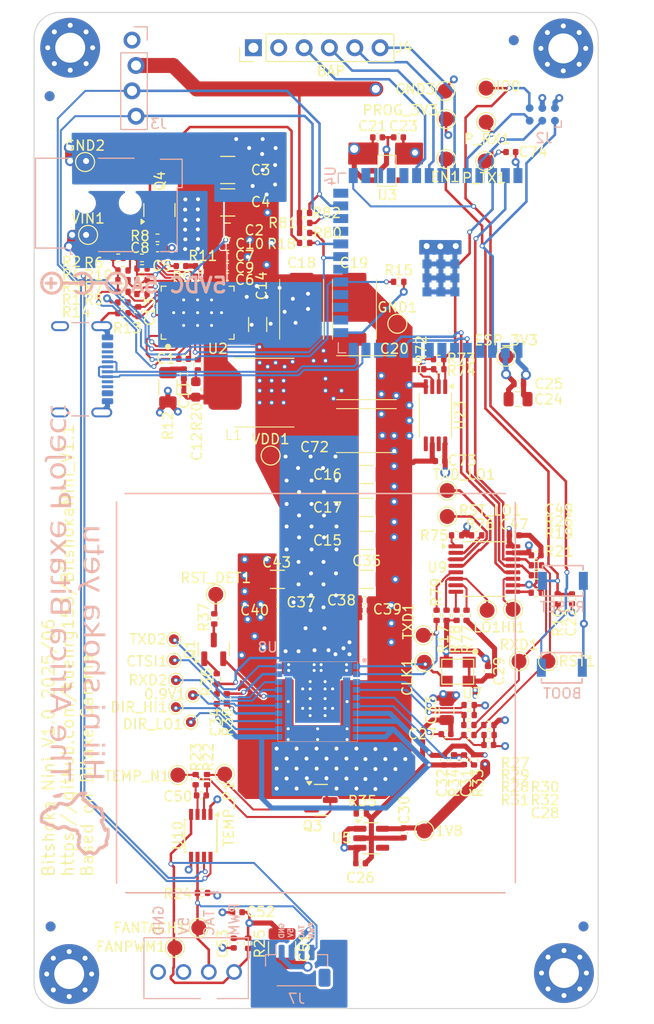
<source format=kicad_pcb>
(kicad_pcb (version 20241229) (generator "pcbnew") (generator_version "9.0")
  (layers (0 "F.Cu" signal) (4 "In1.Cu" signal) (6 "In2.Cu" signal) (2 "B.Cu" signal) (13 "F.Paste" user) (15 "B.Paste" user) (5 "F.SilkS" user "F.Silkscreen") (7 "B.SilkS" user "B.Silkscreen") (1 "F.Mask" user) (3 "B.Mask" user) (25 "Edge.Cuts" user))
  (net 0 "")
  (net 1 "GND")
  (net 2 "/VDD")
  (net 3 "/ESP32/EN")
  (net 4 "/5V")
  (net 5 "/3V3")
  (net 6 "unconnected-(J7-MountPin-PadMP)")
  (net 7 "/SCL")
  (net 8 "/Fan/FAN_PWM")
  (net 9 "/Power/SW")
  (net 10 "/ESP32/USB_D+")
  (net 11 "/ESP32/USB_D-")
  (net 12 "Net-(U2-DRTN)")
  (net 13 "Net-(U2-BP1V5)")
  (net 14 "Net-(U2-AVIN)")
  (net 15 "Net-(Q4-C)")
  (net 16 "/ESP32/P_TX")
  (net 17 "/ESP32/P_RX")
  (net 18 "/ESP32/IO0")
  (net 19 "Net-(U2-VDD5)")
  (net 20 "/Power/PGOOD")
  (net 21 "Net-(C27-Pad2)")
  (net 22 "/SDA")
  (net 23 "Net-(U2-BOOT)")
  (net 24 "Net-(U2-VOSNS)")
  (net 25 "Net-(U2-GOSNS)")
  (net 26 "Net-(J4-Pin_3)")
  (net 27 "Net-(J4-Pin_6)")
  (net 28 "Net-(J4-Pin_5)")
  (net 29 "Net-(J4-Pin_4)")
  (net 36 "Net-(U2-MSEL1)")
  (net 37 "Net-(U2-MSEL2)")
  (net 38 "Net-(U2-ADRSEL)")
  (net 39 "Net-(U2-VSEL)")
  (net 40 "Net-(U9-OE)")
  (net 45 "/Fan/TEMP_N")
  (net 46 "/Fan/TEMP_P")
  (net 49 "/Power/AGND")
  (net 61 "/Power/PMB_ALRT")
  (net 66 "Net-(C11-Pad1)")
  (net 67 "/Fan/TEMP_DP")
  (net 68 "/Fan/TEMP_DN")
  (net 71 "/Fan/FAN_TACH")
  (net 72 "Net-(C31-Pad1)")
  (net 73 "Net-(Q1-B)")
  (net 74 "Net-(Q1-C)")
  (net 75 "Net-(Q1-E)")
  (net 76 "Net-(R28-Pad2)")
  (net 77 "Net-(R38-Pad2)")
  (net 78 "Net-(R38-Pad1)")
  (net 80 "Net-(U23A--)")
  (net 81 "Net-(U4-GPIO2{slash}TOUCH2{slash}ADC1_CH1)")
  (net 84 "/KF1950/LDO_GND")
  (net 85 "/KF1950/1V8")
  (net 86 "Net-(Q4-B)")
  (net 87 "/KF1950/TXD")
  (net 88 "/KF1950/RXD")
  (net 89 "/KF1950/TXD_1V8")
  (net 90 "/KF1950/{slash}RST")
  (net 91 "/ESP_RXD")
  (net 92 "/KF1950/CTSI_1V8")
  (net 93 "/KF1950/RST_DET")
  (net 94 "Net-(U9-DIR1)")
  (net 95 "Net-(U9-DIR2)")
  (net 96 "Net-(U9-DIR3)")
  (net 97 "Net-(U9-DIR4)")
  (net 98 "/KF1950/CLKI")
  (net 99 "/KF1950/RXD_1V8")
  (net 100 "/KF1950/RST_N_1V8")
  (net 101 "/ESP_TXD")
  (net 102 "/ESP_RST")
  (net 103 "Net-(U9-A4)")
  (net 104 "Net-(U9-B4)")
  (net 105 "/ESP32/{slash}TPS_EN")
  (net 106 "Net-(C12-Pad1)")
  (net 108 "Net-(0.9V1-Pad1)")
  (net 109 "Net-(CTSI1-Pad1)")
  (net 110 "Net-(DIR_HI1-Pad1)")
  (net 111 "Net-(DIR_LO1-Pad1)")
  (net 112 "Net-(RXD2-Pad1)")
  (net 113 "Net-(TXD2-Pad1)")
  (footprint "Resistor_SMD:R_0402_1005Metric" (layer "F.Cu") (at 120.53659 107.89841 90)
    (property "Reference" "R77")
    (property "Value" "0")
  )
  (footprint "Resistor_SMD:R_0402_1005Metric" (layer "F.Cu") (at 117.76 83.25 180)
    (property "Reference" "R74")
    (property "Value" "40.2k")
  )
  (footprint "bitaxe:EEF-GX" (layer "F.Cu") (at 110.5 84.1 180)
    (property "Reference" "C20")
    (property "Value" "560uF")
  )
  (footprint "Capacitor_SMD:C_1206_3216Metric" (layer "F.Cu") (at 110.525 100.4)
    (property "Reference" "C15")
    (property "Value" "100uF")
  )
  (footprint "Resistor_SMD:R_0402_1005Metric" (layer "F.Cu") (at 127.52659 105.63841 180)
    (property "Reference" "R21")
    (property "Value" "10k")
  )
  (footprint "Capacitor_SMD:C_1210_3225Metric" (layer "F.Cu") (at 102.045 141.29 -90)
    (property "Reference" "C51")
    (property "Value" "47uF")
  )
  (footprint "Capacitor_SMD:C_0402_1005Metric" (layer "F.Cu") (at 96.57 73)
    (property "Reference" "C9")
    (property "Value" "2200pF")
  )
  (footprint "Fiducial:Fiducial_1mm_Mask2mm" (layer "F.Cu") (at 125.2728 50.292)
    (property "Reference" "FID2" (hide yes))
    (property "Value" "Fiducial")
  )
  (footprint "Resistor_SMD:R_0402_1005Metric" (layer "F.Cu") (at 104.31 69.6)
    (property "Reference" "R80")
    (property "Value" "4.64k")
  )
  (footprint "Fiducial:Fiducial_1mm_Mask2mm" (layer "F.Cu") (at 132.2578 139.065)
    (property "Reference" "FID4" (hide yes))
    (property "Value" "Fiducial")
  )
  (footprint "Resistor_SMD:R_0402_1005Metric" (layer "F.Cu") (at 109.99 127.75 180)
    (property "Reference" "R35")
    (property "Value" "0")
  )
  (footprint "Fiducial:Fiducial_1mm_Mask2mm" (layer "F.Cu") (at 78.8416 139.065)
    (property "Reference" "FID3" (hide yes))
    (property "Value" "Fiducial")
  )
  (footprint "bitaxe:NetTie-0.25mm" (layer "F.Cu") (at 90.825 77.85)
    (property "Reference" "T1" (hide yes))
    (property "Value" "net-tie" (hide yes))
  )
  (footprint "Resistor_SMD:R_0402_1005Metric" (layer "F.Cu") (at 96.5 116.26 90)
    (property "Reference" "R38")
    (property "Value" "1k")
  )
  (footprint "Capacitor_SMD:C_0402_1005Metric" (layer "F.Cu") (at 101.62 107.4 180)
    (property "Reference" "C40")
    (property "Value" "1uF")
  )
  (footprint "Resistor_SMD:R_0402_1005Metric" (layer "F.Cu") (at 94.52 124.36 -90)
    (property "Reference" "R23")
    (property "Value" "100" (hide yes))
  )
  (footprint "Resistor_SMD:R_0402_1005Metric" (layer "F.Cu") (at 121.28659 122.37841 90)
    (property "Reference" "R33")
    (property "Value" "33")
  )
  (footprint "MountingHole:MountingHole_3.5mm" (layer "F.Cu") (at 84.71 94.91)
    (property "Reference" "H6" (hide yes))
    (property "Value" "MountingHole")
  )
  (footprint "Capacitor_SMD:C_0402_1005Metric" (layer "F.Cu") (at 110.32 107.4)
    (property "Reference" "C39")
    (property "Value" "1uF")
  )
  (footprint "Resistor_SMD:R_1206_3216Metric" (layer "F.Cu") (at 90.6 85.0625 90)
    (property "Reference" "R12")
    (property "Value" "1")
  )
  (footprint "Resistor_SMD:R_0402_1005Metric" (layer "F.Cu") (at 119.53659 107.89841 90)
    (property "Reference" "R78")
    (property "Value" "0")
  )
  (footprint "Capacitor_SMD:C_0402_1005Metric" (layer "F.Cu") (at 87.63 77.49 -90)
    (property "Reference" "C13")
    (property "Value" "100pF")
  )
  (footprint "Capacitor_SMD:C_1206_3216Metric" (layer "F.Cu") (at 99.6 78.775 90)
    (property "Reference" "C14")
    (property "Value" "100uF")
  )
  (footprint "TestPoint:TestPoint_Pad_D1.5mm" (layer "F.Cu") (at 82.3 62.5)
    (property "Reference" "GND2")
    (property "Value" "TestPoint")
  )
  (footprint "Resistor_SMD:R_0402_1005Metric" (layer "F.Cu") (at 120.79659 117.88841 180)
    (property "Reference" "R29")
    (property "Value" "549")
  )
  (footprint "Resistor_SMD:R_0402_1005Metric" (layer "F.Cu") (at 86.1 75.5)
    (property "Reference" "R1")
    (property "Value" "4.64k")
  )
  (footprint "TestPoint:TestPoint_Pad_D1.5mm" (layer "F.Cu") (at 93.7 139.2)
    (property "Reference" "FANTACH1")
    (property "Value" "TestPoint")
  )
  (footprint "Resistor_SMD:R_0402_1005Metric" (layer "F.Cu") (at 89.56 70.1)
    (property "Reference" "R8")
    (property "Value" "3.74k")
  )
  (footprint "Resistor_SMD:R_0402_1005Metric" (layer "F.Cu") (at 93.88 72.93 180)
    (property "Reference" "R11")
    (property "Value" "10")
  )
  (footprint "bitaxe:EEF-GX" (layer "F.Cu") (at 104 77.25 -90)
    (property "Reference" "C18")
    (property "Value" "560uF")
  )
  (footprint "Capacitor_SMD:C_0805_2012Metric" (layer "F.Cu") (at 125.7 86.25)
    (property "Reference" "C24")
    (property "Value" "10uF")
  )
  (footprint "TestPoint:TestPoint_Pad_D1.0mm" (layer "F.Cu") (at 93.1 115.9)
    (property "Reference" "0.9V1")
    (property "Value" "TestPoint")
  )
  (footprint "Capacitor_SMD:C_1206_3216Metric" (layer "F.Cu") (at 110.525 104.3)
    (property "Reference" "C35")
    (property "Value" "100uF")
  )
  (footprint "MountingHole:MountingHole_3.5mm" (layer "F.Cu") (at 126.06 136.36)
    (property "Reference" "H5" (hide yes))
    (property "Value" "MountingHole")
  )
  (footprint "Capacitor_SMD:C_1206_3216Metric" (layer "F.Cu") (at 110.525 93.8)
    (property "Reference" "C16")
    (property "Value" "100uF")
  )
  (footprint "TestPoint:TestPoint_Pad_D1.5mm" (layer "F.Cu") (at 128.7 112.5)
    (property "Reference" "RST1")
    (property "Value" "TestPoint")
  )
  (footprint "Capacitor_SMD:C_0402_1005Metric" (layer "F.Cu") (at 96.585636 70.993183)
    (property "Reference" "C10")
    (property "Value" "4.7uF")
  )
  (footprint "Resistor_SMD:R_0402_1005Metric" (layer "F.Cu") (at 120.77659 119.88841 180)
    (property "Reference" "R31")
    (property "Value" "332")
  )
  (footprint "Resistor_SMD:R_0402_1005Metric" (layer "F.Cu") (at 115.74 83.25)
    (property "Reference" "R72")
    (property "Value" "10k")
  )
  (footprint "Resistor_SMD:R_0402_1005Metric" (layer "F.Cu") (at 85.62 72.1)
    (property "Reference" "R2")
    (property "Value" "~")
  )
  (footprint "Package_TO_SOT_SMD:SOT-23" (layer "F.Cu") (at 89.75 67.3125 90)
    (property "Reference" "Q4")
    (property "Value" "MMBT2222A")
  )
  (footprint "Capacitor_SMD:C_1210_3225Metric" (layer "F.Cu") (at 96.6 66.55)
    (property "Reference" "C4")
    (property "Value" "47uF")
  )
  (footprint "TestPoint:TestPoint_Pad_D1.5mm" (layer "F.Cu") (at 125.8 112.5)
    (property "Reference" "RXD1")
    (property "Value" "TestPoint")
  )
  (footprint "Capacitor_SMD:C_0402_1005Metric" (layer "F.Cu") (at 96.57 74)
    (property "Reference" "C6")
    (property "Value" "4700pF")
  )
  (footprint "Resistor_SMD:R_0402_1005Metric" (layer "F.Cu") (at 122.77659 118.88841 180)
    (property "Reference" "R30")
    (property "Value" "499")
  )
  (footprint "Capacitor_SMD:C_0402_1005Metric" (layer "F.Cu") (at 125.77 84.75)
    (property "Reference" "C25")
    (property "Value" "0.1uF")
  )
  (footprint "bitaxe:SMD3225-4P" (layer "F.Cu") (at 119.65 113.55 180)
    (property "Reference" "U7")
    (property "Value" "24MHz")
  )
  (footprint "TestPoint:TestPoint_Pad_D1.0mm" (layer "F.Cu") (at 91.2 110.3)
    (property "Reference" "TXD2")
    (property "Value" "TestPoint")
  )
  (footprint "Capacitor_SMD:C_0402_1005Metric" (layer "F.Cu") (at 118.48 119.8 180)
    (property "Reference" "C27")
    (property "Value" "0.1uF")
  )
  (footprint "TestPoint:TestPoint_Pad_D1.0mm" (layer "F.Cu") (at 91.4 117.1)
    (property "Reference" "DIR_HI1")
    (property "Value" "TestPoint")
  )
  (footprint "MountingHole:MountingHole_3mm_Pad_Via" (layer "F.Cu") (at 130.23501 51.12099)
    (property "Reference" "H1")
    (property "Value" "MountingHole_Pad")
  )
  (footprint "Resistor_SMD:R_0402_1005Metric" (layer "F.Cu") (at 88.01 74.32 180)
    (property "Reference" "R7")
    (property "Value" "~")
  )
  (footprint "Capacitor_SMD:C_0402_1005Metric" (layer "F.Cu") (at 122.68 113.49 -90)
    (property "Reference" "C29")
    (property "Value" "0.1uF")
  )
  (footprint "Resistor_SMD:R_0402_1005Metric" (layer "F.Cu") (at 95.5 114.26 90)
    (property "Reference" "R36")
    (property "Value" "10k")
  )
  (footprint "Fiducial:Fiducial_1mm_Mask2mm" (layer "F.Cu") (at 78.74 55.9054)
    (property "Reference" "FID1" (hide yes))
    (property "Value" "Fiducial")
  )
  (footprint "Capacitor_SMD:C_0603_1608Metric" (layer "F.Cu") (at 93.4 85.275 -90)
    (property "Reference" "C12")
    (property "Value" "0.1uF")
  )
  (footprint "TestPoint:TestPoint_Pad_D1.5mm" (layer "F.Cu") (at 116.2 109.9)
    (property "Reference" "TXD1")
    (property "Value" "TestPoint")
  )
  (footprint "Resistor_SMD:R_0402_1005Metric" (layer "F.Cu") (at 127.54659 103.88841)
    (property "Reference" "R19")
    (property "Value" "0")
  )
  (footprint "Capacitor_SMD:C_1206_3216Metric" (layer "F.Cu") (at 101.575 104.3 180)
    (property "Reference" "C43")
    (property "Value" "100uF")
  )
  (footprint "TestPoint:TestPoint_Pad_D1.5mm" (layer "F.Cu") (at 118.4 55.4)
    (property "Reference" "GND3")
    (property "Value" "TestPoint")
  )
  (footprint "TestPoint:TestPoint_Pad_D1.0mm" (layer "F.Cu") (at 91.2 112.4)
    (property "Reference" "CTSI1")
    (property "Value" "TestPoint")
  )
  (footprint "TestPoint:TestPoint_Pad_D1.5mm" (layer "F.Cu") (at 118.6 95.4)
    (property "Reference" "TXD_LO1")
    (property "Value" "TestPoint")
  )
  (footprint "Resistor_SMD:R_0402_1005Metric" (layer "F.Cu") (at 98.64 140.75 90)
    (property "Reference" "R25")
    (property "Value" "10k")
  )
  (footprint "Capacitor_SMD:C_0402_1005Metric" (layer "F.Cu") (at 131.105 106.25 -90)
    (property "Reference" "C22")
    (property "Value" "1uF")
  )
  (footprint "TestPoint:TestPoint_Pad_D1.5mm" (layer "F.Cu") (at 122.5 55.1)
    (property "Reference" "IO0")
    (property "Value" "TestPoint")
  )
  (footprint "Capacitor_SMD:C_0402_1005Metric" (layer "F.Cu") (at 124.98 61.5)
    (property "Reference" "C74")
    (property "Value" "0.1uF")
  )
  (footprint "Package_SO:TSSOP-8_3x3mm_P0.65mm" (layer "F.Cu") (at 93.895 129.99 -90)
    (property "Reference" "U10")
    (property "Value" "EMC2101")
  )
  (footprint "Capacitor_SMD:C_0402_1005Metric" (layer "F.Cu") (at 89.56 71.13)
    (property "Reference" "C8")
    (property "Value" "0.1uF")
  )
  (footprint "Resistor_SMD:R_0402_1005Metric" (layer "F.Cu") (at 88 75.72)
    (property "Reference" "R5")
    (property "Value" "4.64k")
  )
  (footprint "Resistor_SMD:R_0402_1005Metric" (layer "F.Cu") (at 88 72.1 180)
    (property "Reference" "R6")
    (property "Value" "0")
  )
  (footprint "Resistor_SMD:R_0402_1005Metric" (layer "F.Cu") (at 104.29 67.6)
    (property "Reference" "R82")
    (property "Value" "4.64k")
  )
  (footprint "TestPoint:TestPoint_Pad_D1.5mm" (layer "F.Cu") (at 122.5 58.5)
    (property "Reference" "P_RX1")
    (property "Value" "TestPoint")
  )
  (footprint "Package_TO_SOT_SMD:SOT-23-5" (layer "F.Cu") (at 110.981 130.229)
    (property "Reference" "U5")
    (property "Value" "SPX3819M5-L-1-8")
  )
  (footprint "MountingHole:MountingHole_3mm_Pad_Via" (layer "F.Cu") (at 130.302 143.728)
    (property "Reference" "H3")
    (property "Value" "MountingHole_Pad")
  )
  (footprint "Capacitor_SMD:C_0402_1005Metric" (layer "F.Cu") (at 127.51659 101.88841)
    (property "Reference" "C49")
    (property "Value" "0.1uF")
  )
  (footprint "Capacitor_SMD:C_0402_1005Metric" (layer "F.Cu") (at 117.884 92.456 180)
    (property "Reference" "C73")
    (property "Value" "0.1uF")
  )
  (footprint "Package_TO_SOT_SMD:SOT-23" (layer "F.Cu") (at 105.9401 126.4)
    (property "Reference" "Q3")
    (property "Value" "MMBT3906")
  )
  (footprint "Resistor_SMD:R_0402_1005Metric" (layer "F.Cu") (at 93.89 73.99 180)
    (property "Reference" "R9")
    (property "Value" "11.8k")
  )
  (footprint "Capacitor_SMD:C_0402_1005Metric" (layer "F.Cu") (at 110.32 106.4)
    (property "Reference" "C38")
    (property "Value" "0.1uF")
  )
  (footprint "Capacitor_SMD:C_0402_1005Metric" (layer "F.Cu") (at 113.72 60.03 180)
    (property "Reference" "C23")
    (property "Value" "1uF")
  )
  (footprint "TestPoint:TestPoint_Pad_D1.5mm" (layer "F.Cu") (at 82.6 69.8)
    (property "Reference" "VIN1")
    (property "Value" "TestPoint")
  )
  (footprint "bitaxe:EEF-GX" (layer "F.Cu") (at 109.3 77.25 -90)
    (property "Reference" "C19")
    (property "Value" "560uF")
  )
  (footprint "Resistor_SMD:R_0402_1005Metric" (layer "F.Cu") (at 86.1 73.36)
    (property "Reference" "R4")
    (property "Value" "~")
  )
  (footprint "TestPoint:TestPoint_Pad_D1.5mm" (layer "F.Cu") (at 124.5 82)
    (property "Reference" "ESP_3V3")
    (property "Value" "TestPoint")
  )
  (footprint "Resistor_SMD:R_0402_1005Metric" (layer "F.Cu") (at 118.53659 107.89841 90)
    (property "Reference" "R17")
    (property "Value" "0")
  )
  (footprint "TestPoint:TestPoint_Pad_D1.5mm" (layer "F.Cu") (at 122.4 62.4)
    (property "Reference" "P_TX1")
    (property "Value" "TestPoint")
  )
  (footprint "Capacitor_SMD:C_0402_1005Metric" (layer "F.Cu") (at 96.59 72)
    (property "Reference" "C7")
    (property "Value" "1uF")
  )
  (footprint "Connector_PinHeader_2.54mm:PinHeader_1x06_P2.54mm_Vertical" (layer "F.Cu") (at 99.171505 51.054 90)
    (property "Reference" "J4")
    (property "Value" "Conn_01x06")
  )
  (footprint "MountingHole:MountingHole_3mm_Pad_Via" (layer "F.Cu") (at 80.70501 143.83099)
    (property "Reference" "H4")
    (property "Value" "MountingHole_Pad")
  )
  (footprint "Resistor_SMD:R_0402_1005Metric" (layer "F.Cu") (at 86.09 77.64 180)
    (property "Reference" "R13")
    (property "Value" "49.9")
  )
  (footprint "Capacitor_SMD:C_0402_1005Metric" (layer "F.Cu") (at 97.2 140.73 -90)
    (property "Reference" "C53")
    (property "Value" "0.1uF")
  )
  (footprint "TestPoint:TestPoint_Pad_D1.5mm" (layer "F.Cu") (at 122.6 107.4)
    (property "Reference" "LO1")
    (property "Value" "TestPoint")
  )
  (footprint "MountingHole:MountingHole_3.5mm" (layer "F.Cu") (at 84.71 136.36)
    (property "Reference" "H8" (hide yes))
    (property "Value" "MountingHole")
  )
  (footprint "Resistor_SMD:R_0402_1005Metric" (layer "F.Cu") (at 120.79659 116.88841 180)
    (property "Reference" "R27")
    (property "Value" "0")
  )
  (footprint "TestPoint:TestPoint_Pad_D1.5mm" (layer "F.Cu") (at 118.6 98)
    (property "Reference" "RST_LO1")
    (property "Value" "TestPoint")
  )
  (footprint "Resistor_SMD:R_0402_1005Metric" (layer "F.Cu") (at 117.74 82.25)
    (property "Reference" "R73")
    (property "Value" "0")
  )
  (footprint "Capacitor_SMD:C_0402_1005Metric" (layer "F.Cu") (at 122.76659 120.88841 180)
    (property "Reference" "C28")
    (property "Value" "0.1uF")
  )
  (footprint "Package_SO:TSSOP-16_4.4x5mm_P0.65mm" (layer "F.Cu") (at 122.32659 103.26841)
    (property "Reference" "U9")
    (property "Value" "SN74AVC4T774")
  )
  (footprint "Resistor_SMD:R_0402_1005Metric" (layer "F.Cu") (at 104.31 70.6 180)
    (property "Reference" "R18")
    (property "Value" "100")
  )
  (footprint "Resistor_SMD:R_0402_1005Metric" (layer "F.Cu") (at 119.28659 122.37841 90)
    (property "Reference" "R34")
    (property "Value" "27")
  )
  (footprint "Resistor_SMD:R_0402_1005Metric" (layer "F.Cu") (at 120.77659 118.88841 180)
    (property "Reference" "R28")
    (property "Value" "442")
  )
  (footprint "TestPoint:TestPoint_Pad_D1.0mm" (layer "F.Cu") (at 91.4 114.4)
    (property "Reference" "RXD2")
    (property "Value" "TestPoint")
  )
  (footprint "Resistor_SMD:R_0402_1005Metric" (layer "F.Cu") (at 95.25 108.26 90)
    (property "Reference" "R37")
    (property "Value" "10k")
  )
  (footprint "Resistor_SMD:R_0402_1005Metric" (layer "F.Cu") (at 94.07 135.71)
    (property "Reference" "R24")
    (property "Value" "5.6k")
  )
  (footprint "TestPoint:TestPoint_Pad_D1.5mm" (layer "F.Cu") (at 113.6 78.7)
    (property "Reference" "GND1")
    (property "Value" "TestPoint")
  )
  (footprint "Resistor_SMD:R_0402_1005Metric" (layer "F.Cu") (at 121.547721 99.888127)
    (property "Reference" "R76")
    (property "Value" "0")
  )
  (footprint "TestPoint:TestPoint_Pad_D1.5mm" (layer "F.Cu") (at 118.5 62.2)
    (property "Reference" "EN1")
    (property "Value" "TestPoint")
  )
  (footprint "Capacitor_SMD:C_0402_1005Metric" (layer "F.Cu") (at 91.919253 72.919077 180)
    (property "Reference" "C5")
    (property "Value" "1uF")
  )
  (footprint "Capacitor_SMD:C_0402_1005Metric" (layer "F.Cu") (at 95.5 116.27 90)
    (property "Reference" "C34")
    (property "Value" "0.1uF")
  )
  (footprint "Resistor_SMD:R_0402_1005Metric" (layer "F.Cu") (at 93.38 124.36 90)
    (property "Reference" "R22")
    (property "Value" "100" (hide yes))
  )
  (footprint "bitaxe:SLC1049" (layer "F.Cu") (at 100.25 85.6 180)
    (property "Reference" "L1")
    (property "Value" "75nH")
  )
  (footprint "Capacitor_SMD:C_1206_3216Metric" (layer "F.Cu") (at 110.525 97.1)
    (property "Reference" "C17")
    (property "Value" "100uF")
  )
  (footprint "Resistor_SMD:R_0402_1005Metric" (layer "F.Cu") (at 122.79659 119.88841)
    (property "Reference" "R32")
    (property "Value" "402")
  )
  (footprint "Capacitor_SMD:C_0402_1005Metric" (layer "F.Cu") (at 109.92 132.739)
    (property "Reference" "C26")
    (property "Value" "1uF")
  )
  (footprint "Package_SO:TSSOP-8_4.4x3mm_P0.65mm" (layer "F.Cu") (at 117.425 87.8625 -90)
    (property "Reference" "U23")
    (property "Value" "LM358")
  )
  (footprint "Capacitor_SMD:C_0402_1005Metric" (layer "F.Cu") (at 125.30659 99.88841)
    (property "Reference" "C47")
    (property "Value" "0.1uF")
  )
  (footprint "Capacitor_SMD:C_0805_2012Metric" (layer "F.Cu") (at 118.53659 117.43841 90)
    (property "Reference" "C33")
    (property "Value" "10uF")
  )
  (footprint "MountingHole:MountingHole_3mm_Pad_Via" (layer "F.Cu") (at 80.808 51.054)
    (property "Reference" "H2" (hide yes))
    (property "Value" "MountingHole_Pad")
  )
  (footprint "Capacitor_SMD:C_0402_1005Metric" (layer "F.Cu") (at 101.62 106.4 180)
    (property "Reference" "C37")
    (property "Value" "0.1uF")
  )
  (footprint "Capacitor_SMD:C_0402_1005Metric" (layer "F.Cu") (at 92.17 82.22 180)
    (property "Reference" "C1")
    (property "Value" "1uF")
  )
  (footprint "Resistor_SMD:R_0402_1005Metric" (layer "F.Cu") (at 127.54659 102.88841)
    (property "Reference" "R26")
    (property "Value" "0")
  )
  (footprint "MountingHole:MountingHole_3.5mm" (layer "F.Cu") (at 126.06 94.91)
    (property "Reference" "H7" (hide yes))
    (property "Value" "MountingHole")
  )
  (footprint "TestPoint:TestPoint_Pad_D1.5mm" (layer "F.Cu") (at 91.6 123.9)
    (property "Reference" "TEMP_N1")
    (property "Value" "TestPoint")
  )
  (footprint "TestPoint:TestPoint_Pad_D1.5mm" (layer "F.Cu") (at 91.3 141.2)
    (property "Reference" "FANPWM1")
    (property "Value" "TestPoint")
  )
  (footprint "Resistor_SMD:R_0402_1005Metric" (layer "F.Cu") (at 117.53659 107.89841 -90)
    (property "Reference" "R79")
    (property "Value" "0")
  )
  (footprint "TestPoint:TestPoint_Pad_D1.5mm" (layer "F.Cu") (at 95.4 105.8)
    (property "Reference" "RST_DET1")
    (property "Value" "TestPoint")
  )
  (footprint "Package_TO_SOT_SMD:SOT-23" (layer "F.Cu") (at 95.2 111.3125 90)
    (property "Reference" "Q1")
    (property "Value" "MMBT3906")
  )
  (footprint "Resistor_SMD:R_0402_1005Metric" (layer "F.Cu") (at 113.74 74.5)
    (property "Reference" "R15")
    (property "Value" "10k")
  )
  (footprint "bitaxe:LQFN40-CLIP" (layer "F.Cu") (at 93.58 77.59 90)
    (property "Reference" "U2")
    (property "Value" "TPS546D24ARVFR")
  )
  (footprint "bitaxe:EEF-GX" (layer "F.Cu") (at 110.5 89.4 180)
    (property "Reference" "C72")
    (property "Value" "560uF")
  )
  (footprint "Capacitor_SMD:C_1210_3225Metric" (layer "F.Cu") (at 96.6 63.3)
    (property "Reference" "C3")
    (property "Value" "47uF")
  )
  (footprint "Resistor_SMD:R_0402_1005Metric" (layer "F.Cu") (at 86.1 74.33)
    (property "Reference" "R3")
    (property "Value" "~")
  )
  (footprint "Capacitor_SMD:C_0402_1005Metric" (layer "F.Cu") (at 93.96 125.94 180)
    (property "Reference" "C50")
    (property "Value" "470pF" (hide yes))
  )
  (footprint "Resistor_SMD:R_0402_1005Metric" (layer "F.Cu") (at 88.01 73.17 180)
    (property "Reference" "R10")
    (property "Value" "0")
  )
  (footprint "Capacitor_SMD:C_0402_1005Metric" (layer "F.Cu") (at 118.28659 122.40841 90)
    (property "Reference" "C32")
    (property "Value" "0.1uF")
  )
  (footprint "Resistor_SMD:R_0402_1005Metric" (layer "F.Cu") (at 119.54659 99.88841 180)
    (property "Reference" "R75")
    (property "Value" "0")
  )
  (footprint "TestPoint:TestPoint_Pad_D1.5mm" (layer "F.Cu") (at 116.3 112.6)
    (property "Reference" "CLK1")
    (property "Value" "TestPoint")
  )
  (footprint "Resistor_SMD:R_0402_1005Metric" (layer "F.Cu") (at 104.31 68.6)
    (property "Reference" "R81")
    (property "Value" "4.64k")
  )
  (footprint "TestPoint:TestPoint_Pad_D1.5mm" (layer "F.Cu") (at 96.3 123.8)
    (property "Reference" "TEMP_P1")
    (property "Value" "TestPoint")
  )
  (footprint "Resistor_SMD:R_0402_1005Metric" (layer "F.Cu") (at 93.6 82.81 90)
    (property "Reference" "R20")
    (property "Value" "0")
  )
  (footprint "Resistor_SMD:R_0402_1005Metric" (layer "F.Cu") (at 129.675 106.26 90)
    (property "Reference" "R16")
    (property "Value" "10k")
  )
  (footprint "Capacitor_SMD:C_0402_1005Metric" (layer "F.Cu") (at 97.56 137.64 180)
    (property "Reference" "C52")
    (property "Value" "0.1uF")
  )
  (footprint "Capacitor_SMD:C_0402_1005Metric" (layer "F.Cu") (at 92.2 83.72 -90)
    (property "Reference" "C11")
    (property "Value" "1000pF")
  )
  (footprint "TestPoint:TestPoint_Pad_D1.5mm" (layer "F.Cu") (at 100.9 91.9)
    (property "Reference" "VDD1")
    (property "Value" "TestPoint")
  )
  (footprint "Capacitor_SMD:C_0402_1005Metric" (layer "F.Cu") (at 111.62 60.03)
    (property "Reference" "C21")
    (property "Value" "1uF")
  )
  (footprint "TestPoint:TestPoint_Pad_D1.0mm" (layer "F.Cu") (at 92.9 118.6)
    (property "Reference" "DIR_LO1")
    (property "Value" "TestPoint")
  )
  (footprint "TestPoint:TestPoint_Pad_D1.5mm" (layer "F.Cu") (at 125.2 107.3)
    (property "Reference" "HI1")
    (property "Value" "TestPoint")
  )
  (footprint "TestPoint:TestPoint_Pad_D1.5mm" (layer "F.Cu") (at 118.5 58.2)
    (property "Reference" "PROG_3V3")
    (property "Value" "TestPoint")
  )
  (footprint "Resistor_SMD:R_0402_1005Metric" (layer "F.Cu") (at 86.09 76.57)
    (property "Reference" "R14")
    (property "Value" "49.9")
  )
  (footprint "Capacitor_SMD:C_0402_1005Metric" (layer "F.Cu") (at 114.24 129.68 -90)
    (property "Reference" "C30")
    (property "Value" "1uF")
  )
  (footprint "TestPoint:TestPoint_Pad_D1.5mm" (layer "F.Cu") (at 116.3 129.5)
    (property "Reference" "1V8")
    (property "Value" "TestPoint")
  )
  (footprint "Capacitor_SMD:C_0805_2012Metric" (layer "F.Cu") (at 96.6 69.35)
    (property "Reference" "C2")
    (property "Value" "10uF")
  )
  (footprint "bitaxe:RT9080-33GJ5" (layer "F.Cu") (at 112.563 63.38)
    (property "Reference" "U3")
    (property "Value" "RT9080-33GJ5")
  )
  (footprint "Capacitor_SMD:C_0402_1005Metric" (layer "F.Cu") (at 120.28659 122.36841 -90)
    (property "Reference" "C31")
    (property "Value" "0.1uF")
  )
  (footprint "bitaxe:470531000" (layer "B.Cu") (at 89.621 143.622)
    (property "Reference" "J6" (hide yes))
    (property "Value" "Conn_01x04")
  )
  (footprint "bitaxe:PinHeader_1x04_P2.54mm_Vertical_shifted" (layer "B.Cu") (at 87.205 50.292 180)
    (property "Reference" "J3")
    (property "Value" "Conn_01x04")
  )
  (footprint "Fiducial:Fiducial_1mm_Mask2mm" (layer "B.Cu") (at 132.26 139.06 180)
    (property "Reference" "FID7" (hide yes))
    (property "Value" "Fiducial")
  )
  (footprint "bitaxe:USB_C_Receptacle_GCT_USB4105-xx-A" (layer "B.Cu") (at 80.865 83.26 90)
    (property "Reference" "J5" (hide yes))
    (property "Value" "USB_C_Receptacle_USB2.0")
  )
  (footprint "bitaxe:ESP32-S3-WROOM-1" (layer "B.Cu") (at 117.43 72.61 90)
    (property "Reference" "U4")
    (property "Value" "ESP32-S3-WROOM-1")
  )
  (footprint "Connector:Tag-Connect_TC2030-IDC-NL_2x03_P1.27mm_Vertical" (layer "B.Cu") (at 128.13 57.73 180)
    (property "Reference" "J2")
    (property "Value" "TC2030-IDC")
  )
  (footprint "bitaxe:KF1950" (layer "B.Cu") (at 105.610562 116.546 180)
    (property "Reference" "U8")
    (property "Value" "~")
  )
  (footprint "Fiducial:Fiducial_1mm_Mask2mm" (layer "B.Cu") (at 78.85 139.07 180)
    (property "Reference" "FID8" (hide yes))
    (property "Value" "Fiducial")
  )
  (footprint "bitaxe:TENSILITY_54-00164" (layer "B.Cu") (at 84.58 66.62 90)
    (property "Reference" "J1" (hide yes))
    (property "Value" "54-00164")
  )
  (footprint "bitaxe:SW_CS1213AGF260_CRS" (layer "B.Cu") (at 130.186 104.448 180)
    (property "Reference" "SW1" (hide yes))
    (property "Value" "GT-TC029B-H025-L1N")
  )
  (footprint "bitaxe:polarity" (layer "B.Cu") (at 81.994918 74.631416 180)
    (property "Reference" "U1" (hide yes))
    (property "Value" "~")
  )
  (footprint "Fiducial:Fiducial_1mm_Mask2mm" (layer "B.Cu") (at 125.27 50.31 180)
    (property "Reference" "FID5" (hide yes))
    (property "Value" "Fiducial")
  )
  (footprint "bitaxe:SW_CS1213AGF260_CRS" (layer "B.Cu") (at 130.082 113.155 180)
    (property "Reference" "SW2" (hide yes))
    (property "Value" "GT-TC029B-H025-L1N")
  )
  (footprint "Fiducial:Fiducial_1mm_Mask2mm" (layer "B.Cu") (at 78.75 55.9 180)
    (property "Reference" "FID6" (hide yes))
    (property "Value" "Fiducial")
  )
  (footprint "bitaxe:Africa Map" (layer "B.Cu") (at 81.25 128.75 90)
    (property "Reference" "G***" (hide yes))
    (property "Value" "LOGO" (hide yes))
  )
  (footprint "Connector_JST:JST_SH_BM04B-SRSS-TB_1x04-1MP_P1.00mm_Vertical" (layer "B.Cu") (at 103.5 143)
    (property "Reference" "J7")
    (property "Value" "Conn_01x04")
  )
  (gr_rect (start 85.45 95.7) (end 125.43 135.69) (stroke (width 0.15)) (fill no) (layer "B.SilkS"))
  (gr_line (start 79.729 47.522) (end 131.192 47.522) (stroke (width 0.1)) (layer "Edge.Cuts"))
  (gr_arc (start 133.732 144.744) (mid 132.988051 146.540051) (end 131.192 147.284) (stroke (width 0.1)) (layer "Edge.Cuts"))
  (gr_arc (start 131.192 47.522) (mid 132.988051 48.265949) (end 133.732 50.062) (stroke (width 0.1)) (layer "Edge.Cuts"))
  (gr_arc (start 77.189 50.062) (mid 77.932949 48.265949) (end 79.729 47.522) (stroke (width 0.1)) (layer "Edge.Cuts"))
  (gr_line (start 131.192 147.284) (end 79.729 147.284) (stroke (width 0.1)) (layer "Edge.Cuts"))
  (gr_line (start 133.732 50.062) (end 133.732 144.744) (stroke (width 0.1)) (layer "Edge.Cuts"))
  (gr_arc (start 79.729 147.284) (mid 77.932949 146.540051) (end 77.189 144.744) (stroke (width 0.1)) (layer "Edge.Cuts"))
  (gr_line (start 77.189 144.744) (end 77.189 50.062) (stroke (width 0.1)) (layer "Edge.Cuts"))
  (gr_text "Bitshoka Nini V1.0 2025/06\nhttps://github.com/kuenrg153/BitshokaNini_V1.1\nBased on Bitaxe Gamma" (at 83.2 134.2 90) (layer "F.SilkS") (effects (font (size 1.2 1.2)) (justify left bottom)))
  (gr_text "BAP" (at 105.43 53.97 0) (layer "F.SilkS") (effects (font (size 1 1)) (justify left bottom)))
  (gr_text "TAC" (at 104 139.6 90) (layer "B.SilkS") (effects (font (size 0.5 0.5) (thickness 0.125)) (justify mirror)))
  (gr_text "5V" (at 92.209 139.018 90) (layer "B.SilkS") (effects (font (size 1 1)) (justify mirror)))
  (gr_text "Hii ni shoka yetu\nThe Africa Bitaxe Project" (at 78.5 124.5 270) (layer "B.SilkS") (effects (font (size 2 2.2)) (justify left bottom mirror)))
  (gr_text "5VDC 5A" (at 96.68 75.72 0) (layer "B.SilkS") (effects (font (size 1.5 1.5) (thickness 0.3) (bold yes)) (justify left bottom mirror)))
  (gr_text "GND" (at 102 139.5 90) (layer "B.SilkS") (effects (font (size 0.5 0.5) (thickness 0.125)) (justify mirror)))
  (gr_text "PWM" (at 97.265 138.363 90) (layer "B.SilkS") (effects (font (size 1 1)) (justify mirror)))
  (gr_text "5V" (at 102.9 139.7 90) (layer "B.SilkS") (effects (font (size 0.5 0.5) (thickness 0.125)) (justify mirror)))
  (gr_text "TAC" (at 94.7325 138.696333 90) (layer "B.SilkS") (effects (font (size 1 1)) (justify mirror)))
  (gr_text "GND" (at 89.6675 138.482048 90) (layer "B.SilkS") (effects (font (size 1 1)) (justify mirror)))
  (gr_text "PWM" (at 105 139.5 90) (layer "B.SilkS") (effects (font (size 0.5 0.5) (thickness 0.125)) (justify mirror)))
  (segment (start 126.856584 99.88841) (end 127.99659 101.028416) (width 0.508) (layer "F.Cu") (net 1))
  (segment (start 112.64 61.122) (end 112.512 61.25) (width 0.2) (layer "F.Cu") (net 1))
  (segment (start 111.18505 63.38) (end 111.18905 63.376) (width 0.508) (layer "F.Cu") (net 1))
  (segment (start 104.265 142.765) (end 102.045 142.765) (width 0.508) (layer "F.Cu") (net 1))
  (segment (start 125.78659 99.88841) (end 126.856584 99.88841) (width 0.508) (layer "F.Cu") (net 1))
  (segment (start 127.53619 104.64881) (end 127.53619 102.34881) (width 0.254) (layer "F.Cu") (net 1))
  (segment (start 114.8 89.924) (end 114.8 92.6) (width 0.508) (layer "F.Cu") (net 1))
  (segment (start 115.344 92.456) (end 117.404 92.456) (width 0.508) (layer "F.Cu") (net 1))
  (segment (start 120.6 99) (end 120.6 99.88841) (width 0.508) (layer "F.Cu") (net 1))
  (segment (start 85.58 77.64) (end 84.68 77.64) (width 0.254) (layer "F.Cu") (net 1))
  (segment (start 123.30659 119.88841) (end 123.30659 120.82841) (width 0.2) (layer "F.Cu") (net 1))
  (segment (start 120.6 99.345) (end 120.05659 99.88841) (width 0.508) (layer "F.Cu") (net 1))
  (segment (start 126.25 84.25) (end 126.25 84.75) (width 0.508) (layer "F.Cu") (net 1))
  (segment (start 114.808 89.916) (end 114.8 89.924) (width 0.508) (layer "F.Cu") (net 1))
  (segment (start 97.2 141.21) (end 96.08 141.21) (width 0.254) (layer "F.Cu") (net 1))
  (segment (start 118.48 55.01) (end 119.27 54.22) (width 0.254) (layer "F.Cu") (net 1))
  (segment (start 123.35818 121) (end 123.24659 120.88841) (width 0.2) (layer "F.Cu") (net 1))
  (segment (start 111.18905 63.376) (end 111.824 63.376) (width 0.508) (layer "F.Cu") (net 1))
  (segment (start 121.037438 99.88841) (end 121.037721 99.888127) (width 0.254) (layer "F.Cu") (net 1))
  (segment (start 126.727261 104.89341) (end 125.18909 104.89341) (width 0.254) (layer "F.Cu") (net 1))
  (segment (start 91.6 87.5) (end 91.575 87.5) (width 0.508) (layer "F.Cu") (net 1))
  (segment (start 118.53659 111.48341) (end 121.69341 111.48341) (width 0.508) (layer "F.Cu") (net 1))
  (segment (start 125.46 62.5) (end 125.46 61.5) (width 0.2) (layer "F.Cu") (net 1))
  (segment (start 90.07 71.1) (end 90.07 70.1) (width 0.508) (layer "F.Cu") (net 1))
  (segment (start 118.53659 111.48341) (end 118.51 111.51) (width 0.2) (layer "F.Cu") (net 1))
  (segment (start 80.68 61.05) (end 80.68 61.08) (width 1) (layer "F.Cu") (net 1))
  (segment (start 90.1 70.1) (end 90.7 69.5) (width 0.508) (layer "F.Cu") (net 1))
  (segment (start 114.98 83.25) (end 113.75 83.25) (width 0.2) (layer "F.Cu") (net 1))
  (segment (start 89.8 87.6) (end 89.8 87.325) (width 0.508) (layer "F.Cu") (net 1))
  (segment (start 126.799059 104.821612) (end 126.727261 104.89341) (width 0.254) (layer "F.Cu") (net 1))
  (segment (start 121.345194 116.927014) (end 121.30659 116.88841) (width 0.254) (layer "F.Cu") (net 1))
  (segment (start 90.04 71.13) (end 90.04 70.13) (width 0.508) (layer "F.Cu") (net 1))
  (segment (start 83.85 87.7) (end 83.97 87.58) (width 0.508) (layer "F.Cu") (net 1))
  (segment (start 83.97 78.35) (end 83.97 78.94) (width 0.254) (layer "F.Cu") (net 1))
  (segment (start 121.30659 117.88841) (end 121.30659 116.88841) (width 0.2) (layer "F.Cu") (net 1))
  (segment (start 84.68 77.64) (end 83.97 78.35) (width 0.254) (layer "F.Cu") (net 1))
  (segment (start 120.6 99) (end 120.6 99.345) (width 0.508) (layer "F.Cu") (net 1))
  (segment (start 122.68 113.01) (end 122.68 112.47) (width 0.508) (layer "F.Cu") (net 1))
  (segment (start 114.808 84.836) (end 116.286 84.836) (width 0.508) (layer "F.Cu") (net 1))
  (segment (start 90.07 70.1) (end 90.1 70.1) (width 0.2) (layer "F.Cu") (net 1))
  (segment (start 80.8 61.17) (end 80.68 61.05) (width 1) (layer "F.Cu") (net 1))
  (segment (start 118.48 55.14) (end 118.48 55.01) (width 0.254) (layer "F.Cu") (net 1))
  (segment (start 126.25 84.75) (end 126.25 85.85) (width 0.508) (layer "F.Cu") (net 1))
  (segment (start 112.65 60.03) (end 112.65 61.112) (width 0.254) (layer "F.Cu") (net 1))
  (segment (start 109.48 125.27) (end 109.5 125.25) (width 0.508) (layer "F.Cu") (net 1))
  (segment (start 112.1 60.03) (end 112.65 60.03) (width 0.254) (layer "F.Cu") (net 1))
  (segment (start 124.4 121) (end 123.35818 121) (width 0.2) (layer "F.Cu") (net 1))
  (segment (start 118.53659 108.40841) (end 118.53659 111.48341) (width 0.506) (layer "F.Cu") (net 1))
  (segment (start 124.4 118.4) (end 123.775 118.4) (width 0.508) (layer "F.Cu") (net 1))
  (segment (start 120.6 99.88841) (end 121.037438 99.88841) (width 0.254) (layer "F.Cu") (net 1))
  (segment (start 126.25 85.85) (end 126.65 86.25) (width 0.508) (layer "F.Cu") (net 1))
  (segment (start 115.2 92.6) (end 115.344 92.456) (width 0.508) (layer "F.Cu") (net 1))
  (segment (start 109.48 127.75) (end 109.48 125.27) (width 0.508) (layer "F.Cu") (net 1))
  (segment (start 127.29159 104.89341) (end 128.03659 105.63841) (width 0.254) (layer "F.Cu") (net 1))
  (segment (start 90.07 70.1) (end 90.07 69.93) (width 0.2) (layer "F.Cu") (net 1))
  (segment (start 91.575 87.5) (end 90.6 86.525) (width 0.508) (layer "F.Cu") (net 1))
  (segment (start 80.8 62.4) (end 80.8 61.17) (width 1) (layer "F.Cu") (net 1))
  (segment (start 123.775 118.4) (end 123.28659 118.88841) (width 0.508) (layer "F.Cu") (net 1))
  (segment (start 131.105 106.73) (end 131.105 107.6) (width 0.254) (layer "F.Cu") (net 1))
  (segment (start 96.08 141.21) (end 96.07 141.2) (width 0.254) (layer "F.Cu") (net 1))
  (segment (start 118.53659 108.40841) (end 119.53659 108.40841) (width 0.2) (layer "F.Cu") (net 1))
  (segment (start 123.30659 120.82841) (end 123.24659 120.88841) (width 0.2) (layer "F.Cu") (net 1))
  (segment (start 92.92 133.13) (end 92.68 133.37) (width 0.254) (layer "F.Cu") (net 1))
  (segment (start 89.8 87.325) (end 90.6 86.525) (width 0.508) (layer "F.Cu") (net 1))
  (segment (start 112.65 61.112) (end 112.512 61.25) (width 0.254) (layer "F.Cu") (net 1))
  (segment (start 81.7 62.1) (end 82.31 62.1) (width 1) (layer "F.Cu") (net 1))
  (segment (start 120.05659 99.88841) (end 120.6 99.88841) (width 0.254) (layer "F.Cu") (net 1))
  (segment (start 123.28659 118.88841) (end 123.28659 119.86841) (width 0.2) (layer "F.Cu") (net 1))
  (segment (start 126.492 84.008) (end 126.25 84.25) (width 0.508) (layer "F.Cu") (net 1))
  (segment (start 90.97 71.13) (end 90.04 71.13) (width 0.508) (layer "F.Cu") (net 1))
  (segment (start 127.29159 104.89341) (end 127.53619 104.64881) (width 0.254) (layer "F.Cu") (net 1))
  (segment (start 112.512 62.688) (end 112.512 61.25) (width 0.508) (layer "F.Cu") (net 1))
  (segment (start 116.286 84.836) (end 116.45 85) (width 0.508) (layer "F.Cu") (net 1))
  (segment (start 112.65 60.03) (end 113.24 60.03) (width 0.254) (layer "F.Cu") (net 1))
  (segment (start 80.68 61.08) (end 81.7 62.1) (width 1) (layer "F.Cu") (net 1))
  (segment (start 127.53619 102.34881) (end 127.99659 101.88841) (width 0.254) (layer "F.Cu") (net 1))
  (segment (start 131.105 107.6) (end 131.125 107.62) (width 0.2) (layer "F.Cu") (net 1))
  (segment (start 97.07 137.65) (end 97.08 137.64) (width 0.254) (layer "F.Cu") (net 1))
  (segment (start 123.28659 119.86841) (end 123.30659 119.88841) (width 0.2) (layer "F.Cu") (net 1))
  (segment (start 113.75 83.25) (end 113.5 83.5) (width 0.2) (layer "F.Cu") (net 1))
  (segment (start 125.18909 104.89341) (end 127.29159 104.89341) (width 0.254) (layer "F.Cu") (net 1))
  (segment (start 90.7 69.5) (end 90.7 68.25) (width 0.508) (layer "F.Cu") (net 1))
  (segment (start 104.6 143.1) (end 104.265 142.765) (width 0.508) (layer "F.Cu") (net 1))
  (segment (start 122.397194 116.927014) (end 121.345194 116.927014) (width 0.254) (layer "F.Cu") (net 1))
  (segment (start 90.6 85.4) (end 90.6 86.525) (width 0.508) (layer "F.Cu") (net 1))
  (segment (start 92.92 132.14) (end 92.92 133.13) (width 0.254) (layer "F.Cu") (net 1))
  (segment (start 80.8 62.4) (end 82.01 62.4) (width 1) (layer "F.Cu") (net 1))
  (segment (start 90.04 70.13) (end 90.07 70.1) (width 0.2) (layer "F.Cu") (net 1))
  (segment (start 117.404 92.456) (end 117.1 92.152) (width 0.508) (layer "F.Cu") (net 1))
  (segment (start 118.51 111.51) (end 118.51 112.59) (width 0.508) (layer "F.Cu") (net 1))
  (segment (start 117.1 92.152) (end 117.1 90.725) (width 0.508) (layer "F.Cu") (net 1))
  (segment (start 91 71.1) (end 90.97 71.13) (width 0.508) (layer "F.Cu") (net 1))
  (segment (start 126.492 83.82) (end 126.492 84.008) (width 0.508) (layer "F.Cu") (net 1))
  (segment (start 90.07 71.1) (end 90.04 71.13) (width 0.2) (layer "F.Cu") (net 1))
  (segment (start 122.68 112.47) (end 122.44 112.23) (width 0.508) (layer "F.Cu") (net 1))
  (segment (start 82.01 62.4) (end 82.31 62.1) (width 1) (layer "F.Cu") (net 1))
  (segment (start 96.07 137.65) (end 97.07 137.65) (width 0.254) (layer "F.Cu") (net 1))
  (segment (start 114.8 92.6) (end 115.2 92.6) (width 0.508) (layer "F.Cu") (net 1))
  (segment (start 111.824 63.376) (end 112.512 62.688) (width 0.508) (layer "F.Cu") (net 1))
  (segment (start 121.69341 111.48341) (end 122.44 112.23) (width 0.508) (layer "F.Cu") (net 1))
  (segment (start 127.99659 101.028416) (end 127.99659 101.88841) (width 0.508) (layer "F.Cu") (net 1))
  (via (at 105.5 121.25) (size 0.8) (drill 0.4) (layers "F.Cu" "B.Cu") (net 1))
  (via (at 113.284 96.52) (size 0.8) (drill 0.4) (layers "F.Cu" "B.Cu") (net 1))
  (via (at 99.9 108.1) (size 0.8) (drill 0.4) (layers "F.Cu" "B.Cu") (net 1))
  (via (at 104.521009 124.222568) (size 0.8) (drill 0.4) (layers "F.Cu" "B.Cu") (net 1))
  (via (at 102.5 122.25) (size 0.8) (drill 0.4) (layers "F.Cu" "B.Cu") (net 1))
  (via (at 113.284 98.552) (size 0.8) (drill 0.4) (layers "F.Cu" "B.Cu") (net 1))
  (via (at 104.5 122.25) (size 0.8) (drill 0.4) (layers "F.Cu" "B.Cu") (net 1))
  (via (at 100.05 61.7) (size 0.8) (drill 0.4) (layers "F.Cu" "B.Cu") (net 1))
  (via (at 103.4 78.6) (size 0.8) (drill 0.4) (layers "F.Cu" "B.Cu") (net 1))
  (via (at 113.284 92.964) (size 0.8) (drill 0.4) (layers "F.Cu" "B.Cu") (net 1))
  (via (at 100.9 78.7) (size 0.8) (drill 0.4) (layers "F.Cu" "B.Cu") (net 1))
  (via (at 113.284 100.076) (size 0.8) (drill 0.4) (layers "F.Cu" "B.Cu") (net 1))
  (via (at 101.35 62.8) (size 0.8) (drill 0.4) (layers "F.Cu" "B.Cu") (net 1))
  (via (at 124.4 121) (size 0.8) (drill 0.4) (layers "F.Cu" "B.Cu") (net 1))
  (via (at 109.5 121.25) (size 0.8) (drill 0.4) (layers "F.Cu" "B.Cu") (net 1))
  (via (at 97.45 60.2) (size 0.8) (drill 0.4) (layers "F.Cu" "B.Cu") (net 1))
  (via (at 112 85.75) (size 0.8) (drill 0.4) (layers "F.Cu" "B.Cu") (net 1))
  (via (at 108.5 124.25) (size 0.8) (drill 0.4) (layers "F.Cu" "B.Cu") (net 1))
  (via (at 100.5 65.75) (size 0.8) (drill 0.4) (layers "F.Cu" "B.Cu") (net 1))
  (via (at 116.54 70.92) (size 1) (drill 0.6) (layers "F.Cu" "B.Cu") (net 1))
  (via (at 101.5 125.25) (size 0.8) (drill 0.4) (layers "F.Cu" "B.Cu") (net 1))
  (via (at 98.6 108.3) (size 0.8) (drill 0.4) (layers "F.Cu" "B.Cu") (net 1))
  (via (at 113.4 104.3) (size 0.8) (drill 0.4) (layers "F.Cu" "B.Cu") (net 1))
  (via (at 125.46 62.5) (size 0.8) (drill 0.4) (layers "F.Cu" "B.Cu") (net 1))
  (via (at 118.51 111.51) (size 0.8) (drill 0.4) (layers "F.Cu" "B.Cu") (net 1))
  (via (at 103.5 123.25) (size 0.8) (drill 0.4) (layers "F.Cu" "B.Cu") (net 1))
  (via (at 112.4 122.3) (size 0.8) (drill 0.4) (layers "F.Cu" "B.Cu") (net 1))
  (via (at 100.2 111.1) (size 0.8) (drill 0.4) (layers "F.Cu" "B.Cu") (net 1))
  (via (at 114.4 122.3) (size 0.8) (drill 0.4) (layers "F.Cu" "B.Cu") (net 1))
  (via (at 82.4 62.4) (size 1) (drill 0.6) (layers "F.Cu" "B.Cu") (net 1))
  (via (at 120.6 99) (size 0.8) (drill 0.4) (layers "F.Cu" "B.Cu") (net 1))
  (via (at 103.5 121.25) (size 0.8) (drill 0.4) (layers "F.Cu" "B.Cu") (net 1))
  (via (at 101.4 61.1) (size 0.8) (drill 0.4) (layers "F.Cu" "B.Cu") (net 1))
  (via (at 100.1 63.3) (size 0.8) (drill 0.4) (layers "F.Cu" "B.Cu") (net 1))
  (via (at 113 108.7) (size 0.8) (drill 0.4) (layers "F.Cu" "B.Cu") (net 1))
  (via (at 100.1 60.2) (size 0.8) (drill 0.4) (layers "F.Cu" "B.Cu") (net 1))
  (via (at 107.5 125.25) (size 0.8) (drill 0.4) (layers "F.Cu" "B.Cu") (net 1))
  (via (at 98.3 106.8) (size 0.8) (drill 0.4) (layers "F.Cu" "B.Cu") (net 1))
  (via (at 107.5 121.25) (size 0.8) (drill 0.4) (layers "F.Cu" "B.Cu") (net 1))
  (via (at 99 78.8) (size 0.8) (drill 0.4) (layers "F.Cu" "B.Cu") (net 1))
  (via (at 101.8 75.1) (size 0.8) (drill 0.4) (layers "F.Cu" "B.Cu") (net 1))
  (via (at 96.07 137.65) (size 0.8) (drill 0.4) (layers "F.Cu" "B.Cu") (net 1))
  (via (at 122.44 112.23) (size 0.8) (drill 0.4) (layers "F.Cu" "B.Cu") (net 1))
  (via (at 110.4 122.3) (size 0.8) (drill 0.4) (layers "F.Cu" "B.Cu") (net 1))
  (via (at 119.27 54.22) (size 0.8) (drill 0.4) (layers "F.Cu" "B.Cu") (net 1))
  (via (at 128.13 56.09) (size 0.8) (drill 0.4) (layers "F.Cu" "B.Cu") (net 1))
  (via (at 98.3 103.9) (size 0.8) (drill 0.4) (layers "F.Cu" "B.Cu") (net 1))
  (via (at 80.68 61.05) (size 1) (drill 0.6) (layers "F.Cu" "B.Cu") (net 1))
  (via (at 104.6 143.1) (size 1) (drill 0.6) (layers "F.Cu" "B.Cu") (net 1))
  (via (at 103.124 76.2) (size 0.8) (drill 0.4) (layers "F.Cu" "B.Cu") (net 1))
  (via (at 100.584 67.564) (size 0.8) (drill 0.4) (layers "F.Cu" "B.Cu") (net 1))
  (via (at 114.808 84.836) (size 0.8) (drill 0.4) (layers "F.Cu" "B.Cu") (net 1))
  (via (at 99.1 64.9) (size 0.8) (drill 0.4) (layers "F.Cu" "B.Cu") (net 1))
  (via (at 91.6 87.5) (size 0.8) (drill 0.4) (layers "F.Cu" "B.Cu") (net 1))
  (via (at 113.5 85.9) (size 0.8) (drill 0.4) (layers "F.Cu" "B.Cu") (net 1))
  (via (at 110.4 124.3) (size 0.8) (drill 0.4) (layers "F.Cu" "B.Cu") (net 1))
  (via (at 100.5 102.3) (size 0.8) (drill 0.4) (layers "F.Cu" "B.Cu") (net 1))
  (via (at 113.409725 123.302118) (size 0.8) (drill 0.4) (layers "F.Cu" "B.Cu") (net 1))
  (via (at 112.1 89.9) (size 0.8) (drill 0.4) (layers "F.Cu" "B.Cu") (net 1))
  (via (at 98.75 61.1) (size 0.8) (drill 0.4) (layers "F.Cu" "B.Cu") (net 1))
  (via (at 122.397194 116.927014) (size 0.8) (drill 0.4) (layers "F.Cu" "B.Cu") (net 1))
  (via (at 113 106.9) (size 0.8) (drill 0.4) (layers "F.Cu" "B.Cu") (net 1))
  (via (at 96.07 141.2) (size 0.8) (drill 0.4) (layers "F.Cu" "B.Cu") (net 1))
  (via (at 91 71.1) (size 0.8) (drill 0.4) (layers "F.Cu" "B.Cu") (net 1))
  (via (at 102.3 77.5) (size 0.8) (drill 0.4) (layers "F.Cu" "B.Cu") (net 1))
  (via (at 98 111.9) (size 0.8) (drill 0.4) (layers "F.Cu" "B.Cu") (net 1))
  (via (at 113.284 89.916) (size 0.8) (drill 0.4) (layers "F.Cu" "B.Cu") (net 1))
  (via (at 117.91 70.95) (size 1) (drill 0.6) (layers "F.Cu" "B.Cu") (net 1))
  (via (at 101.5 123.25) (size 0.8) (drill 0.4) (layers "F.Cu" "B.Cu") (net 1))
  (via (at 126.799059 104.821612) (size 0.8) (drill 0.4) (layers "F.Cu" "B.Cu") (net 1))
  (via (at 80.8 62.4) (size 1) (drill 0.6) (layers "F.Cu" "B.Cu") (net 1))
  (via (at 109.5 123.25) (size 0.8) (drill 0.4) (layers "F.Cu" "B.Cu") (net 1))
  (via (at 111.4 123.3) (size 0.8) (drill 0.4) (layers "F.Cu" "B.Cu") (net 1))
  (via (at 113.284 91.44) (size 0.8) (drill 0.4) (layers "F.Cu" "B.Cu") (net 1))
  (via (at 112 87.75) (size 0.8) (drill 0.4) (layers "F.Cu" "B.Cu") (net 1))
  (via (at 98.6 72) (size 0.8) (drill 0.4) (layers "F.Cu" "B.Cu") (net 1))
  (via (at 113.284 94.996) (size 0.8) (drill 0.4) (layers "F.Cu" "B.Cu") (net 1))
  (via (at 98.3 102.3) (size 0.8) (drill 0.4) (layers "F.Cu" "B.Cu") (net 1))
  (via (at 113.4 121.3) (size 0.8) (drill 0.4) (layers "F.Cu" "B.Cu") (net 1))
  (via (at 100.49 76) (size 0.8) (drill 0.4) (layers "F.Cu" "B.Cu") (net 1))
  (via (at 113 110.6) (size 0.8) (drill 0.4) (layers "F.Cu" "B.Cu") (net 1))
  (via (at 101 70.6) (size 0.8) (drill 0.4) (layers "F.Cu" "B.Cu") (net 1))
  (via (at 98.5 76) (size 0.8) (drill 0.4) (layers "F.Cu" "B.Cu") (net 1))
  (via (at 100.5 72.8) (size 0.8) (drill 0.4) (layers "F.Cu" "B.Cu") (net 1))
  (via (at 114.808 88.392) (size 0.8) (drill 0.4) (layers "F.Cu" "B.Cu") (net 1))
  (via (at 112 83.9) (size 0.8) (drill 0.4) (layers "F.Cu" "B.Cu") (net 1))
  (via (at 90.6 85.4) (size 0.8) (drill 0.4) (layers "F.Cu" "B.Cu") (net 1))
  (via (at 92.68 133.37) (size 0.8) (drill 0.4) (layers "F.Cu" "B.Cu") (net 1))
  (via (at 106.495762 124.222568) (size 0.8) (drill 0.4) (layers "F.Cu" "B.Cu") (net 1))
  (via (at 131.125 107.62) (size 0.8) (drill 0.4) (layers "F.Cu" "B.Cu") (net 1))
  (via (at 107.5 123.25) (size 0.8) (drill 0.4) (layers "F.Cu" "B.Cu") (net 1))
  (via (at 112.512 61.25) (size 0.8) (drill 0.4) (layers "F.Cu" "B.Cu") (net 1))
  (via (at 106.5 122.25) (size 0.8) (drill 0.4) (layers "F.Cu" "B.Cu") (net 1))
  (via (at 104.648 75.692) (size 0.8) (drill 0.4) (layers "F.Cu" "B.Cu") (net 1))
  (via (at 98.3 105.5) (size 0.8) (drill 0.4) (layers "F.Cu" "B.Cu") (net 1))
  (via (at 109.5 125.25) (size 0.8) (drill 0.4) (layers "F.Cu" "B.Cu") (net 1))
  (via (at 111.4 125.3) (size 0.8) (drill 0.4) (layers "F.Cu" "B.Cu") (net 1))
  (via (at 119.454234 70.914234) (size 1) (drill 0.6) (layers "F.Cu" "B.Cu") (net 1))
  (via (at 112.4 124.3) (size 0.8) (drill 0.4) (layers "F.Cu" "B.Cu") (net 1))
  (via (at 89.8 87.6) (size 0.8) (drill 0.4) (layers "F.Cu" "B.Cu") (net 1))
  (via (at 103.5 125.25) (size 0.8) (drill 0.4) (layers "F.Cu" "B.Cu") (net 1))
  (via (at 102.5 124.25) (size 0.8) (drill 0.4) (layers "F.Cu" "B.Cu") (net 1))
  (via (at 126.492 83.82) (size 1) (drill 0.6) (layers "F.Cu" "B.Cu") (net 1))
  (via (at 101.35 64.75) (size 0.8) (drill 0.4) (layers "F.Cu" "B.Cu") (net 1))
  (via (at 108.5 122.25) (size 0.8) (drill 0.4) (layers "F.Cu" "B.Cu") (net 1))
  (via (at 99.3 110) (size 0.8) (drill 0.4) (layers "F.Cu" "B.Cu") (net 1))
  (via (at 114.808 89.916) (size 0.8) (drill 0.4) (layers "F.Cu" "B.Cu") (net 1))
  (via (at 105.509725 123.252118) (size 0.8) (drill 0.4) (layers "F.Cu" "B.Cu") (net 1))
  (via (at 104.648 77.216) (size 0.8) (drill 0.4) (layers "F.Cu" "B.Cu") (net 1))
  (via (at 99.9 106.8) (size 0.8) (drill 0.4) (layers "F.Cu" "B.Cu") (net 1))
  (via (at 101.5 121.25) (size 0.8) (drill 0.4) (layers "F.Cu" "B.Cu") (net 1))
  (via (at 111.4 121.3) (size 0.8) (drill 0.4) (layers "F.Cu" "B.Cu") (net 1))
  (via (at 98.8 70.3) (size 0.8) (drill 0.4) (layers "F.Cu" "B.Cu") (net 1))
  (via (at 132.297 108.743) (size 0.8) (drill 0.4) (layers "F.Cu" "B.Cu") (net 1))
  (via (at 124.4 118.4) (size 0.8) (drill 0.4) (layers "F.Cu" "B.Cu") (net 1))
  (via (at 99.5 74.92) (size 0.8) (drill 0.4) (layers "F.Cu" "B.Cu") (net 1))
  (via (at 114.808 86.868) (size 0.8) (drill 0.4) (layers "F.Cu" "B.Cu") (net 1))
  (segment (start 102.930816 143.1) (end 102 142.169184) (width 0.508) (layer "B.Cu") (net 1))
  (segment (start 132.345 104.448) (end 132.345 108.695) (width 0.254) (layer "B.Cu") (net 1))
  (segment (start 125.46 62.5) (end 125.69 62.73) (width 0.254) (layer "B.Cu") (net 1))
  (segment (start 125.69 82.48) (end 125.69 81.36) (width 0.508) (layer "B.Cu") (net 1))
  (segment (start 126.492 83.82) (end 126.492 83.282) (width 0.508) (layer "B.Cu") (net 1))
  (segment (start 125.69 62.73) (end 125.69 63.86) (width 0.254) (layer "B.Cu") (net 1))
  (segment (start 132.241 108.799) (end 132.297 108.743) (width 0.254) (layer "B.Cu") (net 1))
  (segment (start 80.68 61.05) (end 80.75 61.12) (width 1) (layer "B.Cu") (net 1))
  (segment (start 117.91 70.95) (end 117.97 71.01) (width 0.254) (layer "B.Cu") (net 1))
  (segment (start 126.492 83.282) (end 125.69 82.48) (width 0.508) (layer "B.Cu") (net 1))
  (segment (start 132.345 108.695) (end 132.297 108.743) (width 0.254) (layer "B.Cu") (net 1))
  (segment (start 104.6 143.1) (end 102.930816 143.1) (width 0.508) (layer "B.Cu") (net 1))
  (segment (start 128.13 56.09) (end 128.13 57.095) (width 0.508) (layer "B.Cu") (net 1))
  (segment (start 80.75 61.12) (end 82.33 61.12) (width 1) (layer "B.Cu") (net 1))
  (segment (start 84.545 79.515) (end 83.97 78.94) (width 0.508) (layer "B.Cu") (net 1))
  (segment (start 84.545 80.06) (end 84.545 79.515) (width 0.508) (layer "B.Cu") (net 1))
  (segment (start 132.241 113.155) (end 132.241 108.799) (width 0.254) (layer "B.Cu") (net 1))
  (segment (start 84.545 86.46) (end 84.545 87.005) (width 0.508) (layer "B.Cu") (net 1))
  (segment (start 102 142.169184) (end 102 141.675) (width 0.508) (layer "B.Cu") (net 1))
  (segment (start 119.454234 70.914234) (end 119.37 70.998468) (width 0.254) (layer "B.Cu") (net 1))
  (segment (start 84.545 87.005) (end 83.97 87.58) (width 0.508) (layer "B.Cu") (net 1))
  (segment (start 117.2 116.2) (end 117.778889 116.2) (width 0.508) (layer "F.Cu") (net 2))
  (segment (start 118.2 115.778889) (end 119.378889 115.778889) (width 0.508) (layer "F.Cu") (net 2))
  (segment (start 119.5 116.1) (end 119.11159 116.48841) (width 0.508) (layer "F.Cu") (net 2))
  (segment (start 97.23 114.77) (end 97.4 114.6) (width 0.254) (layer "F.Cu") (net 2))
  (segment (start 119.5 115.9) (end 119.5 116.1) (width 0.508) (layer "F.Cu") (net 2))
  (segment (start 115.75 83.55118) (end 115.75 82.94882) (width 0.2) (layer "F.Cu") (net 2))
  (segment (start 116.19882 84) (end 115.75 83.55118) (width 0.2) (layer "F.Cu") (net 2))
  (segment (start 95.5 114.77) (end 97.23 114.77) (width 0.254) (layer "F.Cu") (net 2))
  (segment (start 116.44882 82.25) (end 117.23 82.25) (width 0.2) (layer "F.Cu") (net 2))
  (segment (start 119.378889 115.778889) (end 119.5 115.9) (width 0.508) (layer "F.Cu") (net 2))
  (segment (start 84.91 76.57) (end 84.5 76.16) (width 0.2) (layer "F.Cu") (net 2))
  (segment (start 119.11159 116.48841) (end 118.53659 116.48841) (width 0.508) (layer "F.Cu") (net 2))
  (segment (start 117.778889 116.2) (end 118.2 115.778889) (width 0.508) (layer "F.Cu") (net 2))
  (segment (start 117.1 85) (end 117.1 84.262501) (width 0.2) (layer "F.Cu") (net 2))
  (segment (start 95.5 115.79) (end 95.5 114.77) (width 0.254) (layer "F.Cu") (net 2))
  (segment (start 115.75 82.94882) (end 116.44882 82.25) (width 0.2) (layer "F.Cu") (net 2))
  (segment (start 85.58 76.57) (end 84.91 76.57) (width 0.2) (layer "F.Cu") (net 2))
  (segment (start 116.837499 84) (end 116.19882 84) (width 0.2) (layer "F.Cu") (net 2))
  (segment (start 117.1 84.262501) (end 116.837499 84) (width 0.2) (layer "F.Cu") (net 2))
  (via (at 102.5 96.75) (size 0.8) (drill 0.4) (layers "F.Cu" "B.Cu") (net 2))
  (via (at 103.75 100.1) (size 0.8) (drill 0.4) (layers "F.Cu" "B.Cu") (net 2))
  (via (at 106.3 109.2) (size 0.8) (drill 0.4) (layers "F.Cu" "B.Cu") (net 2))
  (via (at 105 99) (size 0.8) (drill 0.4) (layers "F.Cu" "B.Cu") (net 2))
  (via (at 106.2 104.8) (size 0.8) (drill 0.4) (layers "F.Cu" "B.Cu") (net 2))
  (via (at 106.25 95.55) (size 0.8) (drill 0.4) (layers "F.Cu" "B.Cu") (net 2))
  (via (at 106.15 93.15) (size 0.8) (drill 0.4) (layers "F.Cu" "B.Cu") (net 2))
  (via (at 108.8 110.6) (size 0.8) (drill 0.4) (layers "F.Cu" "B.Cu") (net 2))
  (via (at 104.9 107.4) (size 0.8) (drill 0.4) (layers "F.Cu" "B.Cu") (net 2))
  (via (at 107.5 101.3) (size 0.8) (drill 0.4) (layers "F.Cu" "B.Cu") (net 2))
  (via (at 108.2 111.2) (size 0.8) (drill 0.4) (layers "F.Cu" "B.Cu") (net 2))
  (via (at 102.2 86.6) (size 0.5) (drill 0.3) (layers "F.Cu" "B.Cu") (net 2))
  (via (at 117.2 116.2) (size 0.8) (drill 0.4) (layers "F.Cu" "B.Cu") (net 2))
  (via (at 84.5 76.16) (size 0.8) (drill 0.4) (layers "F.Cu" "B.Cu") (net 2))
  (via (at 119.5 115.9) (size 0.8) (drill 0.4) (layers "F.Cu" "B.Cu") (net 2))
  (via (at 107.45 103.7) (size 0.8) (drill 0.4) (layers "F.Cu" "B.Cu") (net 2))
  (via (at 107.5 96.75) (size 0.8) (drill 0.4) (layers "F.Cu" "B.Cu") (net 2))
  (via (at 102.5 99) (size 0.8) (drill 0.4) (layers "F.Cu" "B.Cu") (net 2))
  (via (at 106.4 82.4) (size 0.5) (drill 0.3) (layers "F.Cu" "B.Cu") (net 2))
  (via (at 107.4 111.8) (size 0.8) (drill 0.4) (layers "F.Cu" "B.Cu") (net 2))
  (via (at 106.25 100.1) (size 0.8) (drill 0.4) (layers "F.Cu" "B.Cu") (net 2))
  (via (at 103.7 104.8) (size 0.8) (drill 0.4) (layers "F.Cu" "B.Cu") (net 2))
  (via (at 106.2 81.4) (size 0.5) (drill 0.3) (layers "F.Cu" "B.Cu") (net 2))
  (via (at 100.6 83) (size 0.5) (drill 0.3) (layers "F.Cu" "B.Cu") (net 2))
  (via (at 107.5 99) (size 0.8) (drill 0.4) (layers "F.Cu" "B.Cu") (net 2))
  (via (at 103.7 111.5) (size 0.8) (drill 0.4) (layers "F.Cu" "B.Cu") (net 2))
  (via (at 103.2 106.6) (size 0.8) (drill 0.4) (layers "F.Cu" "B.Cu") (net 2))
  (via (at 102.2 85.4) (size 0.5) (drill 0.3) (layers "F.Cu" "B.Cu") (net 2))
  (via (at 103.75 97.9) (size 0.8) (drill 0.4) (layers "F.Cu" "B.Cu") (net 2))
  (via (at 106.25 97.9) (size 0.8) (drill 0.4) (layers "F.Cu" "B.Cu") (net 2))
  (via (at 99.78 81.02) (size 0.5) (drill 0.3) (layers "F.Cu" "B.Cu") (net 2))
  (via (at 107.45 105.9) (size 0.8) (drill 0.4) (layers "F.Cu" "B.Cu") (net 2))
  (via (at 106.2 107.1) (size 0.8) (drill 0.4) (layers "F.Cu" "B.Cu") (net 2))
  (via (at 101 84.4) (size 0.5) (drill 0.3) (layers "F.Cu" "B.Cu") (net 2))
  (via (at 104.9 92) (size 0.8) (drill 0.4) (layers "F.Cu" "B.Cu") (net 2))
  (via (at 103.1 82.5) (size 0.5) (drill 0.3) (layers "F.Cu" "B.Cu") (net 2))
  (via (at 103.65 93.15) (size 0.8) (drill 0.4) (layers "F.Cu" "B.Cu") (net 2))
  (via (at 103.7 102.55) (size 0.8) (drill 0.4) (layers "F.Cu" "B.Cu") (net 2))
  (via (at 101.4 82.6) (size 0.5) (drill 0.3) (layers "F.Cu" "B.Cu") (net 2))
  (via (at 99.8 85.4) (size 0.5) (drill 0.3) (layers "F.Cu" "B.Cu") (net 2))
  (via (at 106.2 102.55) (size 0.8) (drill 0.4) (layers "F.Cu" "B.Cu") (net 2))
  (via (at 107.5 94.4) (size 0.8) (drill 0.4) (layers "F.Cu" "B.Cu") (net 2))
  (via (at 105.3 111.4) (size 0.8) (drill 0.4) (layers "F.Cu" "B.Cu") (net 2))
  (via (at 99.8 82.6) (size 0.5) (drill 0.3) (layers "F.Cu" "B.Cu") (net 2))
  (via (at 101 85.4) (size 0.5) (drill 0.3) (layers "F.Cu" "B.Cu") (net 2))
  (via (at 102.2 84.4) (size 0.5) (drill 0.3) (layers "F.Cu" "B.Cu") (net 2))
  (via (at 106.4 84.2) (size 0.5) (drill 0.3) (layers "F.Cu" "B.Cu") (net 2))
  (via (at 108.8 111.8) (size 0.8) (drill 0.4) (layers "F.Cu" "B.Cu") (net 2))
  (via (at 104.95 103.7) (size 0.8) (drill 0.4) (layers "F.Cu" "B.Cu") (net 2))
  (via (at 99.8 86.6) (size 0.5) (drill 0.3) (layers "F.Cu" "B.Cu") (net 2))
  (via (at 105 101.3) (size 0.8) (drill 0.4) (layers "F.Cu" "B.Cu") (net 2))
  (via (at 106.4 85.4) (size 0.5) (drill 0.3) (layers "F.Cu" "B.Cu") (net 2))
  (via (at 107.4 92) (size 0.8) (drill 0.4) (layers "F.Cu" "B.Cu") (net 2))
  (via (at 106.7 111.4) (size 0.8) (drill 0.4) (layers "F.Cu" "B.Cu") (net 2))
  (via (at 107.2 86.2) (size 0.5) (drill 0.3) (layers "F.Cu" "B.Cu") (net 2))
  (via (at 105 96.75) (size 0.8) (drill 0.4) (layers "F.Cu" "B.Cu") (net 2))
  (via (at 103.75 95.55) (size 0.8) (drill 0.4) (layers "F.Cu" "B.Cu") (net 2))
  (via (at 97.4 114.6) (size 0.5) (drill 0.3) (layers "F.Cu" "B.Cu") (net 2))
  (via (at 99.8 84.4) (size 0.5) (drill 0.3) (layers "F.Cu" "B.Cu") (net 2))
  (via (at 116.19941 82.49941) (size 0.5) (drill 0.3) (layers "F.Cu" "B.Cu") (net 2))
  (via (at 102.3 83) (size 0.5) (drill 0.3) (layers "F.Cu" "B.Cu") (net 2))
  (via (at 118.2 115.778889) (size 0.8) (drill 0.4) (layers "F.Cu" "B.Cu") (net 2))
  (via (at 102.5 101.3) (size 0.8) (drill 0.4) (layers "F.Cu" "B.Cu") (net 2))
  (via (at 104.4 109.2) (size 0.8) (drill 0.4) (layers "F.Cu" "B.Cu") (net 2))
  (via (at 108 85.4) (size 0.5) (drill 0.3) (layers "F.Cu" "B.Cu") (net 2))
  (via (at 102.4 92) (size 0.8) (drill 0.4) (layers "F.Cu" "B.Cu") (net 2))
  (via (at 105.2 82.4) (size 0.5) (drill 0.3) (layers "F.Cu" "B.Cu") (net 2))
  (via (at 105 94.4) (size 0.8) (drill 0.4) (layers "F.Cu" "B.Cu") (net 2))
  (via (at 102.4 111.5) (size 0.8) (drill 0.4) (layers "F.Cu" "B.Cu") (net 2))
  (via (at 104.95 105.9) (size 0.8) (drill 0.4) (layers "F.Cu" "B.Cu") (net 2))
  (via (at 101 86.6) (size 0.5) (drill 0.3) (layers "F.Cu" "B.Cu") (net 2))
  (via (at 102.5 94.4) (size 0.8) (drill 0.4) (layers "F.Cu" "B.Cu") (net 2))
  (segment (start 92.27 81.77) (end 93.04 81) (width 0.2) (layer "B.Cu") (net 2))
  (segment (start 97.4 114.6) (end 97.4 113.6) (width 0.254) (layer "B.Cu") (net 2))
  (segment (start 105.610562 113.146) (end 105.610562 112.1784) (width 0.508) (layer "B.Cu") (net 2))
  (segment (start 99.76 81) (end 99.78 81.02) (width 0.2) (layer "B.Cu") (net 2))
  (segment (start 87.9 80.96) (end 88.71 81.77) (width 0.2) (layer "B.Cu") (net 2))
  (segment (start 84.75 76.16) (end 87.9 79.31) (width 0.2) (layer "B.Cu") (net 2))
  (segment (start 98.8216 112.1784) (end 105.610562 112.1784) (width 0.254) (layer "B.Cu") (net 2))
  (segment (start 84.5 76.16) (end 84.75 76.16) (width 0.2) (layer "B.Cu") (net 2))
  (segment (start 87.9 79.31) (end 87.9 80.96) (width 0.2) (layer "B.Cu") (net 2))
  (segment (start 97.4 113.6) (end 98.8216 112.1784) (width 0.254) (layer "B.Cu") (net 2))
  (segment (start 88.71 81.77) (end 92.27 81.77) (width 0.2) (layer "B.Cu") (net 2))
  (segment (start 93.04 81) (end 99.76 81) (width 0.2) (layer "B.Cu") (net 2))
  (segment (start 122.1013 70.905) (end 122.428 71.2317) (width 0.254) (layer "F.Cu") (net 3))
  (segment (start 122.428 87.178) (end 128.75 93.5) (width 0.254) (layer "F.Cu") (net 3))
  (segment (start 131.105 105.77) (end 129.695 105.77) (width 0.254) (layer "F.Cu") (net 3))
  (segment (start 122.1013 68.9113) (end 122.1013 70.905) (width 0.254) (layer "F.Cu") (net 3))
  (segment (start 129.663 103.747575) (end 129.663 104.448) (width 0.254) (layer "F.Cu") (net 3))
  (segment (start 129.695 105.77) (end 129.675 105.75) (width 0.254) (layer "F.Cu") (net 3))
  (segment (start 129.663 105.738) (end 129.675 105.75) (width 0.254) (layer "F.Cu") (net 3))
  (segment (start 118.46 65.27) (end 122.1013 68.9113) (width 0.254) (layer "F.Cu") (net 3))
  (segment (start 122.428 71.2317) (end 122.428 87.178) (width 0.254) (layer "F.Cu") (net 3))
  (segment (start 128.75 93.5) (end 128.75 102.834575) (width 0.254) (layer "F.Cu") (net 3))
  (segment (start 128.75 102.834575) (end 129.663 103.747575) (width 0.254) (layer "F.Cu") (net 3))
  (segment (start 129.663 104.448) (end 129.663 105.738) (width 0.254) (layer "F.Cu") (net 3))
  (segment (start 118.46 62.54) (end 118.46 65.27) (width 0.254) (layer "F.Cu") (net 3))
  (via (at 122.1013 70.905) (size 0.5) (drill 0.3) (layers "F.Cu" "B.Cu") (net 3))
  (via (at 129.663 104.448) (size 0.5) (drill 0.3) (layers "F.Cu" "B.Cu") (net 3))
  (segment (start 127.675 61.485) (end 129.4 59.76) (width 0.254) (layer "B.Cu") (net 3))
  (segment (start 122.1013 70.8987) (end 126.54 66.46) (width 0.254) (layer "B.Cu") (net 3))
  (segment (start 123.16 71.9637) (end 122.1013 70.905) (width 0.254) (layer "B.Cu") (net 3))
  (segment (start 126.54 66.46) (end 126.54 62.62) (width 0.254) (layer "B.Cu") (net 3))
  (segment (start 129.4 59.76) (end 129.4 58.365) (width 0.254) (layer "B.Cu") (net 3))
  (segment (start 126.54 62.62) (end 127.675 61.485) (width 0.254) (layer "B.Cu") (net 3))
  (segment (start 122.1013 70.905) (end 122.1013 70.8987) (width 0.254) (layer "B.Cu") (net 3))
  (segment (start 128.136 104.448) (end 129.663 104.448) (width 0.254) (layer "B.Cu") (net 3))
  (segment (start 123.16 81.1336) (end 123.16 71.9637) (width 0.254) (layer "B.Cu") (net 3))
  (segment (start 98.5 137.64) (end 98.77 137.91) (width 0.254) (layer "F.Cu") (net 4))
  (segment (start 111.051 64.45385) (end 111.18505 64.3198) (width 0.254) (layer "F.Cu") (net 4))
  (segment (start 111.14 60.03) (end 111.14 60.85) (width 0.254) (layer "F.Cu") (net 4))
  (segment (start 109.28 63.317) (end 110.2828 64.3198) (width 0.508) (layer "F.Cu") (net 4))
  (segment (start 98.64 140.24) (end 98.64 138.85) (width 0.254) (layer "F.Cu") (net 4))
  (segment (start 98.77 137.91) (end 98.77 138.72) (width 0.254) (layer "F.Cu") (net 4))
  (segment (start 81.25 69.8) (end 82.39 70.94) (width 1) (layer "F.Cu") (net 4))
  (segment (start 81 69.8) (end 81 70.63) (width 1) (layer "F.Cu") (net 4))
  (segment (start 97.2 140.25) (end 98.63 140.25) (width 0.254) (layer "F.Cu") (net 4))
  (segment (start 98.63 140.25) (end 98.64 140.24) (width 0.254) (layer "F.Cu") (net 4))
  (segment (start 81 70.63) (end 80.68 70.95) (width 1) (layer "F.Cu") (net 4))
  (segment (start 81 69.8) (end 82.4 69.8) (width 1) (layer "F.Cu") (net 4))
  (segment (start 82.4 69.8) (end 82.4 70.93) (width 1) (layer "F.Cu") (net 4))
  (segment (start 109.8435 131.179) (end 109.44 131.5825) (width 0.508) (layer "F.Cu") (net 4))
  (segment (start 108.29 131.179) (end 108.29 129.73) (width 0.508) (layer "F.Cu") (net 4))
  (segment (start 98.64 138.85) (end 98.77 138.72) (width 0.254) (layer "F.Cu") (net 4))
  (segment (start 81 69.8) (end 81.25 69.8) (width 1) (layer "F.Cu") (net 4))
  (segment (start 108.29 129.73) (end 108.741 129.279) (width 0.508) (layer "F.Cu") (net 4))
  (segment (start 82.4 70.93) (end 82.39 70.94) (width 1) (layer "F.Cu") (net 4))
  (segment (start 110.2828 64.3198) (end 111.18505 64.3198) (width 0.508) (layer "F.Cu") (net 4))
  (segment (start 102.045 139.815) (end 100.95 138.72) (width 0.508) (layer "F.Cu") (net 4))
  (segment (start 100.95 138.72) (end 98.77 138.72) (width 0.508) (layer "F.Cu") (net 4))
  (segment (start 80.69 70.94) (end 80.68 70.95) (width 1) (layer "F.Cu") (net 4))
  (segment (start 109.44 131.5825) (end 109.44 132.739) (width 0.508) (layer "F.Cu") (net 4))
  (segment (start 108.29 131.179) (end 109.8435 131.179) (width 0.508) (layer "F.Cu") (net 4))
  (segment (start 111.14 60.85) (end 111.15 60.86) (width 0.254) (layer "F.Cu") (net 4))
  (segment (start 98.04 137.64) (end 98.5 137.64) (width 0.254) (layer "F.Cu") (net 4))
  (segment (start 108.741 129.279) (end 109.8435 129.279) (width 0.508) (layer "F.Cu") (net 4))
  (segment (start 82.39 70.94) (end 80.69 70.94) (width 1) (layer "F.Cu") (net 4))
  (segment (start 109.28 61.185155) (end 109.28 63.317) (width 0.508) (layer "F.Cu") (net 4))
  (via (at 93.62 68.28) (size 0.8) (drill 0.4) (layers "F.Cu" "B.Cu") (net 4))
  (via (at 81 69.8) (size 1) (drill 0.6) (layers "F.Cu" "B.Cu") (net 4))
  (via (at 92.35 66.25) (size 0.8) (drill 0.4) (layers "F.Cu" "B.Cu") (net 4))
  (via (at 93.6 69.25) (size 0.8) (drill 0.4) (layers "F.Cu" "B.Cu") (net 4))
  (via (at 93.6 71.2) (size 0.8) (drill 0.4) (layers "F.Cu" "B.Cu") (net 4))
  (via (at 92.35 68.3) (size 0.8) (drill 0.4) (layers "F.Cu" "B.Cu") (net 4))
  (via (at 109.28 61.185155) (size 1.2) (drill 0.8) (layers "F.Cu" "B.Cu") (net 4))
  (via (at 108.29 131.179) (size 0.8) (drill 0.4) (layers "F.Cu" "B.Cu") (net 4))
  (via (at 93.6 67.25) (size 0.8) (drill 0.4) (layers "F.Cu" "B.Cu") (net 4))
  (via (at 92.35 70.25) (size 0.8) (drill 0.4) (layers "F.Cu" "B.Cu") (net 4))
  (via (at 80.68 70.95) (size 1) (drill 0.6) (layers "F.Cu" "B.Cu") (net 4))
  (via (at 93.62 70.23) (size 0.8) (drill 0.4) (layers "F.Cu" "B.Cu") (net 4))
  (via (at 92.33 71.22) (size 0.8) (drill 0.4) (layers "F.Cu" "B.Cu") (net 4))
  (via (at 92.33 69.27) (size 0.8) (drill 0.4) (layers "F.Cu" "B.Cu") (net 4))
  (via (at 98.77 138.72) (size 0.8) (drill 0.4) (layers "F.Cu" "B.Cu") (net 4))
  (via (at 93.62 66.23) (size 0.8) (drill 0.4) (layers "F.Cu" "B.Cu") (net 4))
  (via (at 92.33 67.27) (size 0.8) (drill 0.4) (layers "F.Cu" "B.Cu") (net 4))
  (via (at 104.7 139.4) (size 0.5) (drill 0.3) (layers "F.Cu" "B.Cu") (net 4))
  (via (at 82.4 69.8) (size 1) (drill 0.6) (layers "F.Cu" "B.Cu") (net 4))
  (segment (start 103 141.675) (end 103 141.1) (width 0.508) (layer "B.Cu") (net 4))
  (segment (start 103 141.1) (end 104.7 139.4) (width 0.508) (layer "B.Cu") (net 4))
  (segment (start 81.16 70.95) (end 82.33 72.12) (width 1) (layer "B.Cu") (net 4))
  (segment (start 80.68 70.95) (end 81.16 70.95) (width 1) (layer "B.Cu") (net 4))
  (segment (start 126.78659 100.88841) (end 126.78659 101.63841) (width 0.508) (layer "F.Cu") (net 5))
  (segment (start 125.29 84.75) (end 125.29 84.54) (width 0.508) (layer "F.Cu") (net 5))
  (segment (start 126.78659 101.63841) (end 126.78159 101.64341) (width 0.2) (layer "F.Cu") (net 5))
  (segment (start 125.29 84.54) (end 124.5 83.75) (width 0.508) (layer "F.Cu") (net 5))
  (segment (start 94.87 127.84) (end 94.87 127.02) (width 0.254) (layer "F.Cu") (net 5))
  (segment (start 91.132 52.832) (end 93.48 55.18) (width 1.5) (layer "F.Cu") (net 5))
  (segment (start 118.4 93.6) (end 118.4 92.492) (width 0.508) (layer "F.Cu") (net 5))
  (segment (start 114.25 74.5) (end 114.25 75.5) (width 0.2) (layer "F.Cu") (net 5))
  (segment (start 124.75 86.25) (end 124.75 85.29) (width 0.508) (layer "F.Cu") (net 5))
  (segment (start 103.78 67.6) (end 103.78 68.58) (width 0.508) (layer "F.Cu") (net 5))
  (segment (start 129.685 106.78) (end 129.675 106.77) (width 0.254) (layer "F.Cu") (net 5))
  (segment (start 103.78 67.6) (end 103.78 55.4) (width 0.254) (layer "F.Cu") (net 5))
  (segment (start 118.4 92.492) (end 118.364 92.456) (width 0.508) (layer "F.Cu") (net 5))
  (segment (start 118.364 92.456) (end 118.364 90.761) (width 0.508) (layer "F.Cu") (net 5))
  (segment (start 118.364 90.761) (end 118.4 90.725) (width 0.508) (layer "F.Cu") (net 5))
  (segment (start 118.48 59.5686) (end 118.7114 59.8) (width 0.254) (layer "F.Cu") (net 5))
  (segment (start 93.48 55.18) (end 104 55.18) (width 1.5) (layer "F.Cu") (net 5))
  (segment (start 94.87 127.02) (end 95.56 126.33) (width 0.254) (layer "F.Cu") (net 5))
  (segment (start 114.2 60.03) (end 114.2 60.91) (width 0.254) (layer "F.Cu") (net 5))
  (segment (start 124.46 82.296) (end 124.46 83.71) (width 0.2) (layer "F.Cu") (net 5))
  (segment (start 95.55 135.97) (end 95.29 135.71) (width 0.254) (layer "F.Cu") (net 5))
  (segment (start 118.48 58.69) (end 118.48 59.5686) (width 0.254) (layer "F.Cu") (net 5))
  (segment (start 104 55.18) (end 111.44 55.18) (width 1.5) (layer "F.Cu") (net 5))
  (segment (start 91.132 52.832) (end 87.355 52.832) (width 1.5) (layer "F.Cu") (net 5))
  (segment (start 103.8 68.6) (end 103.8 69.6) (width 0.508) (layer "F.Cu") (net 5))
  (segment (start 126.78159 101.64341) (end 125.18909 101.64341) (width 0.508) (layer "F.Cu") (net 5))
  (segment (start 95.29 135.71) (end 94.58 135.71) (width 0.254) (layer "F.Cu") (net 5))
  (segment (start 124.75 85.29) (end 125.29 84.75) (width 0.508) (layer "F.Cu") (net 5))
  (segment (start 124.46 83.71) (end 124.5 83.75) (width 0.2) (layer "F.Cu") (net 5))
  (segment (start 129.685 107.63) (end 129.685 106.78) (width 0.254) (layer "F.Cu") (net 5))
  (segment (start 103.78 55.4) (end 104 55.18) (width 0.508) (layer "F.Cu") (net 5))
  (segment (start 103.78 68.58) (end 103.8 68.6) (width 0.508) (layer "F.Cu") (net 5))
  (via (at 129.83 56.09) (size 0.8) (drill 0.4) (layers "F.Cu" "B.Cu") (net 5))
  (via (at 124.5 83.75) (size 1) (drill 0.6) (layers "F.Cu" "B.Cu") (net 5))
  (via (at 114.25 75.5) (size 0.8) (drill 0.4) (layers "F.Cu" "B.Cu") (net 5))
  (via (at 95.55 135.97) (size 0.8) (drill 0.4) (layers "F.Cu" "B.Cu") (net 5))
  (via (at 111.44 55.18) (size 1.2) (drill 0.8) (layers "F.Cu" "B.Cu") (net 5))
  (via (at 118.4 93.6) (size 1) (drill 0.6) (layers "F.Cu" "B.Cu") (net 5))
  (via (at 126.78659 100.88841) (size 0.8) (drill 0.4) (layers "F.Cu" "B.Cu") (net 5))
  (via (at 118.7114 59.8) (size 0.8) (drill 0.4) (layers "F.Cu" "B.Cu") (net 5))
  (via (at 129.685 107.63) (size 0.8) (drill 0.4) (layers "F.Cu" "B.Cu") (net 5))
  (via (at 115.37 61.56) (size 1) (drill 0.6) (layers "F.Cu" "B.Cu") (net 5))
  (via (at 95.56 126.33) (size 0.8) (drill 0.4) (layers "F.Cu" "B.Cu") (net 5))
  (segment (start 112.16 77.55) (end 110.115 79.595) (width 0.254) (layer "B.Cu") (net 5))
  (segment (start 129.83 56.09) (end 129.4 56.52) (width 0.508) (layer "B.Cu") (net 5))
  (segment (start 129.4 56.52) (end 129.4 57.095) (width 0.508) (layer "B.Cu") (net 5))
  (segment (start 124.5 82.94) (end 124.42 82.86) (width 0.508) (layer "B.Cu") (net 5))
  (segment (start 124.5 83.75) (end 124.5 82.94) (width 0.508) (layer "B.Cu") (net 5))
  (segment (start 112.2 77.55) (end 112.16 77.55) (width 0.254) (layer "B.Cu") (net 5))
  (segment (start 110.115 79.595) (end 107.93 79.595) (width 0.254) (layer "B.Cu") (net 5))
  (segment (start 124.42 82.86) (end 124.42 81.36) (width 0.508) (layer "B.Cu") (net 5))
  (segment (start 114.25 75.5) (end 112.2 77.55) (width 0.254) (layer "B.Cu") (net 5))
  (segment (start 88.97 81.22) (end 89.07 81.32) (width 0.2) (layer "F.Cu") (net 7))
  (segment (start 94.39749 134.229617) (end 94.317599 134.229617) (width 0.2) (layer "F.Cu") (net 7))
  (segment (start 89.07 81.32) (end 91.31 81.32) (width 0.2) (layer "F.Cu") (net 7))
  (segment (start 94.87 133.757107) (end 94.39749 134.229617) (width 0.2) (layer "F.Cu") (net 7))
  (segment (start 94.87 132.14) (end 94.87 133.757107) (width 0.2) (layer "F.Cu") (net 7))
  (segment (start 104.8 67.6) (end 104.8 66.7) (width 0.254) (layer "F.Cu") (net 7))
  (segment (start 91.31 81.32) (end 91.83 80.8) (width 0.2) (layer "F.Cu") (net 7))
  (segment (start 104.8 66.7) (end 105.8 65.7) (width 0.254) (layer "F.Cu") (net 7))
  (segment (start 91.83 80.8) (end 91.83 80.09) (width 0.2) (layer "F.Cu") (net 7))
  (via (at 94.317599 134.229617) (size 0.5) (drill 0.3) (layers "F.Cu" "B.Cu") (net 7))
  (via (at 105.8 65.7) (size 0.5) (drill 0.3) (layers "F.Cu" "B.Cu") (net 7))
  (via (at 88.97 81.22) (size 0.5) (drill 0.3) (layers "F.Cu" "B.Cu") (net 7))
  (segment (start 81.43 74.66) (end 79.56 72.79) (width 0.2) (layer "B.Cu") (net 7))
  (segment (start 105.8 65.7) (end 105.8 65.81) (width 0.254) (layer "B.Cu") (net 7))
  (segment (start 79.56 72.79) (end 79.56 58.13) (width 0.2) (layer "B.Cu") (net 7))
  (segment (start 79.56 58.13) (end 82.318 55.372) (width 0.2) (layer "B.Cu") (net 7))
  (segment (start 106.885 66.895) (end 106.61 66.62) (width 0.254) (layer "B.Cu") (net 7))
  (segment (start 88.97 81.22) (end 88.36 80.61) (width 0.2) (layer "B.Cu") (net 7))
  (segment (start 88.36 80.61) (end 88.36 78.75) (width 0.2) (layer "B.Cu") (net 7))
  (segment (start 88.36 78.75) (end 84.27 74.66) (width 0.2) (layer "B.Cu") (net 7))
  (segment (start 94.027216 134.52) (end 90.49 134.52) (width 0.2) (layer "B.Cu") (net 7))
  (segment (start 82.318 55.372) (end 87.005 55.372) (width 0.2) (layer "B.Cu") (net 7))
  (segment (start 107.93 66.895) (end 106.885 66.895) (width 0.254) (layer "B.Cu") (net 7))
  (segment (start 106.61 66.62) (end 105.8 65.81) (width 0.254) (layer "B.Cu") (net 7))
  (segment (start 94.317599 134.229617) (end 94.027216 134.52) (width 0.2) (layer "B.Cu") (net 7))
  (segment (start 81.89 125.92) (end 81.89 74.66) (width 0.2) (layer "B.Cu") (net 7))
  (segment (start 105.8 58.639183) (end 102.532817 55.372) (width 0.254) (layer "B.Cu") (net 7))
  (segment (start 102.532817 55.372) (end 87.355 55.372) (width 0.254) (layer "B.Cu") (net 7))
  (segment (start 81.89 74.66) (end 81.43 74.66) (width 0.2) (layer "B.Cu") (net 7))
  (segment (start 84.27 74.66) (end 81.89 74.66) (width 0.2) (layer "B.Cu") (net 7))
  (segment (start 90.49 134.52) (end 81.89 125.92) (width 0.2) (layer "B.Cu") (net 7))
  (segment (start 105.8 65.81) (end 105.8 58.639183) (width 0.254) (layer "B.Cu") (net 7))
  (segment (start 90.9 144.1716) (end 90.9 144.09) (width 0.254) (layer "F.Cu") (net 8))
  (segment (start 98.64 142.223) (end 97.241 143.622) (width 0.254) (layer "F.Cu") (net 8))
  (segment (start 96.153 144.71) (end 97.241 143.622) (width 0.254) (layer "F.Cu") (net 8))
  (segment (start 91.144 143.200744) (end 91.2 143.144744) (width 0.254) (layer "F.Cu") (net 8))
  (segment (start 90.9 144.09) (end 91.144 143.846) (width 0.254) (layer "F.Cu") (net 8))
  (segment (start 91.2 133.1) (end 90.9 132.8) (width 0.254) (layer "F.Cu") (net 8))
  (segment (start 91.2 143.144744) (end 91.2 133.1) (width 0.254) (layer "F.Cu") (net 8))
  (segment (start 90.9 144.09) (end 90.9 144.31) (width 0.254) (layer "F.Cu") (net 8))
  (segment (start 90.9 131.8) (end 92.92 129.78) (width 0.254) (layer "F.Cu") (net 8))
  (segment (start 91.144 143.846) (end 91.144 143.200744) (width 0.254) (layer "F.Cu") (net 8))
  (segment (start 91.3 144.71) (end 96.153 144.71) (width 0.254) (layer "F.Cu") (net 8))
  (segment (start 92.92 129.78) (end 92.92 127.84) (width 0.254) (layer "F.Cu") (net 8))
  (segment (start 98.64 141.26) (end 98.64 142.223) (width 0.254) (layer "F.Cu") (net 8))
  (segment (start 90.9 132.8) (end 90.9 131.8) (width 0.254) (layer "F.Cu") (net 8))
  (segment (start 90.9 144.31) (end 91.3 144.71) (width 0.254) (layer "F.Cu") (net 8))
  (via (at 90.9 132.8) (size 0.5) (drill 0.3) (layers "F.Cu" "B.Cu") (net 8))
  (segment (start 105.5016 138.975074) (end 99.226526 132.7) (width 0.2) (layer "B.Cu") (net 8))
  (segment (start 99.226526 132.7) (end 91 132.7) (width 0.2) (layer "B.Cu") (net 8))
  (segment (start 105 141.675) (end 105.5016 141.1734) (width 0.2) (layer "B.Cu") (net 8))
  (segment (start 91 132.7) (end 90.9 132.8) (width 0.2) (layer "B.Cu") (net 8))
  (segment (start 105.5016 141.1734) (end 105.5016 138.975074) (width 0.2) (layer "B.Cu") (net 8))
  (segment (start 95.5 86.05) (end 92.55 86.05) (width 0.508) (layer "F.Cu") (net 9))
  (segment (start 96.28 85.27) (end 96.295 85.255) (width 0.2) (layer "F.Cu") (net 9))
  (segment (start 96.295 85.255) (end 95.5 86.05) (width 0.508) (layer "F.Cu") (net 9))
  (segment (start 95.99 85.56) (end 96.295 85.255) (width 0.2) (layer "F.Cu") (net 9))
  (segment (start 92.55 86.05) (end 92.2 85.7) (width 0.508) (layer "F.Cu") (net 9))
  (segment (start 92.2 85.7) (end 92.2 84.2) (width 0.508) (layer "F.Cu") (net 9))
  (segment (start 95.8 85.75) (end 96.295 85.255) (width 0.2) (layer "F.Cu") (net 9))
  (segment (start 95.865 84.8) (end 96.32 85.255) (width 0.508) (layer "F.Cu") (net 9))
  (segment (start 95.95 85.6) (end 96.295 85.255) (width 0.254) (layer "F.Cu") (net 9))
  (segment (start 85.32 82.51) (end 85.45 82.64) (width 0.2) (layer "B.Cu") (net 10))
  (segment (start 103.53 83.51) (end 104.08 82.96) (width 0.2) (layer "B.Cu") (net 10))
  (segment (start 84.545 82.51) (end 85.32 82.51) (width 0.2) (layer "B.Cu") (net 10))
  (segment (start 104.08 82.96) (end 109.271632 82.96) (width 0.2) (layer "B.Cu") (net 10))
  (segment (start 84.545 83.51) (end 85.45 83.51) (width 0.2) (layer "B.Cu") (net 10))
  (segment (start 109.53 82.701632) (end 109.53 81.71) (width 0.2) (layer "B.Cu") (net 10))
  (segment (start 109.271632 82.96) (end 109.53 82.701632) (width 0.2) (layer "B.Cu") (net 10))
  (segment (start 109.53 81.71) (end 109.18 81.36) (width 0.2) (layer "B.Cu") (net 10))
  (segment (start 85.45 83.51) (end 103.53 83.51) (width 0.2) (layer "B.Cu") (net 10))
  (segment (start 85.45 82.64) (end 85.45 83.51) (width 0.2) (layer "B.Cu") (net 10))
  (segment (start 110.1 82.63) (end 110.1 81.71) (width 0.2) (layer "B.Cu") (net 11))
  (segment (start 84.545 84.01) (end 85.69 84.01) (width 0.2) (layer "B.Cu") (net 11))
  (segment (start 110.1 81.71) (end 110.45 81.36) (width 0.2) (layer "B.Cu") (net 11))
  (segment (start 83.77 83.01) (end 83.69 83.09) (width 0.2) (layer "B.Cu") (net 11))
  (segment (start 104.24 83.32) (end 109.41 83.32) (width 0.2) (layer "B.Cu") (net 11))
  (segment (start 83.81 84.01) (end 84.545 84.01) (width 0.2) (layer "B.Cu") (net 11))
  (segment (start 83.69 83.09) (end 83.69 83.89) (width 0.2) (layer "B.Cu") (net 11))
  (segment (start 83.69 83.89) (end 83.81 84.01) (width 0.2) (layer "B.Cu") (net 11))
  (segment (start 84.545 83.01) (end 83.77 83.01) (width 0.2) (layer "B.Cu") (net 11))
  (segment (start 85.69 84.01) (end 85.8376 83.8624) (width 0.2) (layer "B.Cu") (net 11))
  (segment (start 103.6976 83.8624) (end 104.24 83.32) (width 0.2) (layer "B.Cu") (net 11))
  (segment (start 85.8376 83.8624) (end 103.6976 83.8624) (width 0.2) (layer "B.Cu") (net 11))
  (segment (start 109.41 83.32) (end 110.1 82.63) (width 0.2) (layer "B.Cu") (net 11))
  (segment (start 92.83 82.04) (end 92.65 82.22) (width 0.2) (layer "F.Cu") (net 12))
  (segment (start 92.83 80.09) (end 92.83 82.04) (width 0.2) (layer "F.Cu") (net 12))
  (segment (start 85.59 74.33) (end 85.59 75.5) (width 0.2) (layer "F.Cu") (net 13))
  (segment (start 83.66 75.85) (end 83.66 76.57) (width 0.2) (layer "F.Cu") (net 13))
  (segment (start 85.59 73.36) (end 85.59 74.33) (width 0.2) (layer "F.Cu") (net 13))
  (segment (start 84.01 75.5) (end 83.66 75.85) (width 0.2) (layer "F.Cu") (net 13))
  (segment (start 89.2 82.98) (end 89.96 82.22) (width 0.2) (layer "F.Cu") (net 13))
  (segment (start 85.11 72.1) (end 85.11 72.88) (width 0.2) (layer "F.Cu") (net 13))
  (segment (start 85.11 72.88) (end 85.59 73.36) (width 0.2) (layer "F.Cu") (net 13))
  (segment (start 92.33 80.09) (end 92.33 81.02) (width 0.2) (layer "F.Cu") (net 13))
  (segment (start 89.96 82.22) (end 91.69 82.22) (width 0.2) (layer "F.Cu") (net 13))
  (segment (start 92.33 81.02) (end 91.69 81.66) (width 0.2) (layer "F.Cu") (net 13))
  (segment (start 91.69 81.66) (end 91.69 82.22) (width 0.2) (layer "F.Cu") (net 13))
  (segment (start 85.59 75.5) (end 84.01 75.5) (width 0.2) (layer "F.Cu") (net 13))
  (via (at 89.2 82.98) (size 0.5) (drill 0.3) (layers "F.Cu" "B.Cu") (net 13))
  (via (at 83.66 76.57) (size 0.5) (drill 0.3) (layers "F.Cu" "B.Cu") (net 13))
  (segment (start 87.42 79.29) (end 85.03 76.9) (width 0.2) (layer "B.Cu") (net 13))
  (segment (start 88.88 82.98) (end 87.42 81.52) (width 0.2) (layer "B.Cu") (net 13))
  (segment (start 89.2 82.98) (end 88.88 82.98) (width 0.2) (layer "B.Cu") (net 13))
  (segment (start 87.42 81.52) (end 87.42 79.29) (width 0.2) (layer "B.Cu") (net 13))
  (segment (start 85.03 76.9) (end 83.99 76.9) (width 0.2) (layer "B.Cu") (net 13))
  (segment (start 83.99 76.9) (end 83.66 76.57) (width 0.2) (layer "B.Cu") (net 13))
  (segment (start 93.83 75.09) (end 93.8516 75.0684) (width 0.2) (layer "F.Cu") (net 14))
  (segment (start 92.399253 72.919077) (end 93.359077 72.919077) (width 0.508) (layer "F.Cu") (net 14))
  (segment (start 93.8516 73.4116) (end 93.37 72.93) (width 0.2) (layer "F.Cu") (net 14))
  (segment (start 93.359077 72.919077) (end 93.37 72.93) (width 0.508) (layer "F.Cu") (net 14))
  (segment (start 93.8516 75.0684) (end 93.8516 73.4116) (width 0.2) (layer "F.Cu") (net 14))
  (segment (start 91.614043 73.433208) (end 90.633208 73.433208) (width 0.2) (layer "F.Cu") (net 15))
  (segment (start 89.8474 71.8974) (end 89.08 71.13) (width 0.2) (layer "F.Cu") (net 15))
  (segment (start 90.633208 73.433208) (end 89.8474 72.6474) (width 0.2) (layer "F.Cu") (net 15))
  (segment (start 89.8474 72.6474) (end 89.8474 71.8974) (width 0.2) (layer "F.Cu") (net 15))
  (segment (start 89.08 71.13) (end 89.08 70.13) (width 0.2) (layer "F.Cu") (net 15))
  (segment (start 93.33 75.09) (end 93.33 74.04) (width 0.2) (layer "F.Cu") (net 15))
  (segment (start 93.33 74.04) (end 93.38 73.99) (width 0.2) (layer "F.Cu") (net 15))
  (segment (start 89.75 69.4) (end 89.75 66.375) (width 0.2) (layer "F.Cu") (net 15))
  (segment (start 89.08 71.34) (end 89.08 71.13) (width 0.2) (layer "F.Cu") (net 15))
  (segment (start 92.9 73.51) (end 91.690835 73.51) (width 0.2) (layer "F.Cu") (net 15))
  (segment (start 93.38 73.99) (end 92.9 73.51) (width 0.2) (layer "F.Cu") (net 15))
  (segment (start 89.05 71.1) (end 89.08 71.13) (width 0.2) (layer "F.Cu") (net 15))
  (segment (start 89.05 70.1) (end 89.75 69.4) (width 0.2) (layer "F.Cu") (net 15))
  (segment (start 89.08 70.13) (end 89.05 70.1) (width 0.2) (layer "F.Cu") (net 15))
  (segment (start 89.08 71.13) (end 89.08 71.24) (width 0.2) (layer "F.Cu") (net 15))
  (segment (start 89.08 71.13) (end 88.9252 70.9752) (width 0.2) (layer "F.Cu") (net 15))
  (segment (start 91.690835 73.51) (end 91.614043 73.433208) (width 0.2) (layer "F.Cu") (net 15))
  (segment (start 123.105 61.865) (end 122.43 62.54) (width 0.254) (layer "F.Cu") (net 16))
  (segment (start 124.14 60.25) (end 123.105 61.285) (width 0.254) (layer "F.Cu") (net 16))
  (segment (start 123.105 61.285) (end 123.105 61.865) (width 0.254) (layer "F.Cu") (net 16))
  (via (at 124.14 60.25) (size 0.5) (drill 0.3) (layers "F.Cu" "B.Cu") (net 16))
  (segment (start 126.25 60.25) (end 128.145 58.355) (width 0.254) (layer "B.Cu") (net 16))
  (segment (start 121.88 62.51) (end 121.88 63.86) (width 0.254) (layer "B.Cu") (net 16))
  (segment (start 124.14 60.25) (end 126.25 60.25) (width 0.254) (layer "B.Cu") (net 16))
  (segment (start 124.14 60.25) (end 121.88 62.51) (width 0.254) (layer "B.Cu") (net 16))
  (segment (start 128.145 58.355) (end 128.23 58.355) (width 0.254) (layer "B.Cu") (net 16))
  (segment (start 123.04 59.73) (end 123.04 59.45) (width 0.254) (layer "F.Cu") (net 17))
  (segment (start 123.04 59.45) (end 122.42 58.83) (width 0.254) (layer "F.Cu") (net 17))
  (via (at 123.04 59.73) (size 0.5) (drill 0.3) (layers "F.Cu" "B.Cu") (net 17))
  (segment (start 123.04 59.73) (end 120.61 62.16) (width 0.254) (layer "B.Cu") (net 17))
  (segment (start 123.04 59.73) (end 125.05 57.72) (width 0.254) (layer "B.Cu") (net 17))
  (segment (start 126.325 57.72) (end 126.96 58.355) (width 0.254) (layer "B.Cu") (net 17))
  (segment (start 125.05 57.72) (end 126.325 57.72) (width 0.254) (layer "B.Cu") (net 17))
  (segment (start 120.61 62.16) (end 120.61 63.86) (width 0.254) (layer "B.Cu") (net 17))
  (segment (start 120.44 66.1412) (end 120.44 58.06) (width 0.254) (layer "F.Cu") (net 18))
  (segment (start 124.26 55.677) (end 124.26 55.67) (width 0.254) (layer "F.Cu") (net 18))
  (segment (start 124.26 55.67) (end 124.83 55.1) (width 0.254) (layer "F.Cu") (net 18))
  (segment (start 124.83 55.1) (end 122.45 55.1) (width 0.254) (layer "F.Cu") (net 18))
  (segment (start 122.936 86.936) (end 122.936 68.6372) (width 0.254) (layer "F.Cu") (net 18))
  (segment (start 130.6 103.2) (end 130.5 103.1) (width 0.254) (layer "F.Cu") (net 18))
  (segment (start 130.5 103.1) (end 130.5 94.5) (width 0.254) (layer "F.Cu") (net 18))
  (segment (start 130.6 103.6) (end 130.6 103.2) (width 0.254) (layer "F.Cu") (net 18))
  (segment (start 130.5 94.5) (end 122.936 86.936) (width 0.254) (layer "F.Cu") (net 18))
  (segment (start 122.45 55.1) (end 122.44 55.09) (width 0.254) (layer "F.Cu") (net 18))
  (segment (start 121.2444 66.9456) (end 120.44 66.1412) (width 0.254) (layer "F.Cu") (net 18))
  (segment (start 123.037 56.9) (end 124.26 55.677) (width 0.254) (layer "F.Cu") (net 18))
  (segment (start 121.6 56.9) (end 123.037 56.9) (width 0.254) (layer "F.Cu") (net 18))
  (segment (start 122.936 68.6372) (end 121.2444 66.9456) (width 0.254) (layer "F.Cu") (net 18))
  (segment (start 120.44 58.06) (end 121.6 56.9) (width 0.254) (layer "F.Cu") (net 18))
  (via (at 121.2444 66.9456) (size 0.5) (drill 0.3) (layers "F.Cu" "B.Cu") (net 18))
  (via (at 124.83 55.1) (size 0.5) (drill 0.3) (layers "F.Cu" "B.Cu") (net 18))
  (via (at 130.6 103.6) (size 0.5) (drill 0.3) (layers "F.Cu" "B.Cu") (net 18))
  (segment (start 130.4954 105.3046) (end 130.4954 107.75) (width 0.254) (layer "B.Cu") (net 18))
  (segment (start 126.83 56.955) (end 126.96 57.085) (width 0.254) (layer "B.Cu") (net 18))
  (segment (start 109.18 63.86) (end 109.18 65.19) (width 0.2) (layer "B.Cu") (net 18))
  (segment (start 128.032 110.218) (end 130.5 107.75) (width 0.2) (layer "B.Cu") (net 18))
  (segment (start 109.18 65.19) (end 110.9356 66.9456) (width 0.2) (layer "B.Cu") (net 18))
  (segment (start 126.31 55.1) (end 126.83 55.62) (width 0.254) (layer "B.Cu") (net 18))
  (segment (start 124.83 55.1) (end 126.31 55.1) (width 0.254) (layer "B.Cu") (net 18))
  (segment (start 110.9356 66.9456) (end 121.2444 66.9456) (width 0.2) (layer "B.Cu") (net 18))
  (segment (start 126.83 55.62) (end 126.83 56.955) (width 0.254) (layer "B.Cu") (net 18))
  (segment (start 128.032 113.155) (end 128.032 110.218) (width 0.2) (layer "B.Cu") (net 18))
  (segment (start 130.6 105.2) (end 130.4954 105.3046) (width 0.254) (layer "B.Cu") (net 18))
  (segment (start 130.6 103.6) (end 130.6 105.2) (width 0.254) (layer "B.Cu") (net 18))
  (segment (start 96.105636 70.993183) (end 96.105636 70.594364) (width 0.254) (layer "F.Cu") (net 19))
  (segment (start 92.83 75.09) (end 92.83 74.37) (width 0.2) (layer "F.Cu") (net 19))
  (segment (start 92.83 74.37) (end 92.57 74.11) (width 0.2) (layer "F.Cu") (net 19))
  (segment (start 96.105636 70.594364) (end 96.4 70.3) (width 0.254) (layer "F.Cu") (net 19))
  (via (at 92.57 74.11) (size 0.5) (drill 0.3) (layers "F.Cu" "B.Cu") (net 19))
  (via (at 96.4 70.3) (size 0.5) (drill 0.3) (layers "F.Cu" "B.Cu") (net 19))
  (segment (start 92.59 74.11) (end 92.57 74.11) (width 0.254) (layer "B.Cu") (net 19))
  (segment (start 96.4 70.3) (end 92.59 74.11) (width 0.254) (layer "B.Cu") (net 19))
  (segment (start 92.63 74.17) (end 92.57 74.11) (width 0.2) (layer "B.Cu") (net 19))
  (segment (start 90.83 80.09) (end 89.87 80.09) (width 0.2) (layer "F.Cu") (net 20))
  (segment (start 88.47 81.73) (end 89.02 82.28) (width 0.2) (layer "F.Cu") (net 20))
  (segment (start 113.23 74.5) (end 112.5 74.5) (width 0.2) (layer "F.Cu") (net 20))
  (segment (start 88.47 80.3) (end 88.47 81.73) (width 0.2) (layer "F.Cu") (net 20))
  (segment (start 89.7 79.92) (end 88.85 79.92) (width 0.2) (layer "F.Cu") (net 20))
  (segment (start 89.87 80.09) (end 89.7 79.92) (width 0.2) (layer "F.Cu") (net 20))
  (segment (start 88.85 79.92) (end 88.47 80.3) (width 0.2) (layer "F.Cu") (net 20))
  (via (at 89.02 82.28) (size 0.5) (drill 0.3) (layers "F.Cu" "B.Cu") (net 20))
  (via (at 112.5 74.5) (size 0.5) (drill 0.3) (layers "F.Cu" "B.Cu") (net 20))
  (segment (start 106.61 80.19) (end 106.61 74.84) (width 0.2) (layer "B.Cu") (net 20))
  (segment (start 106.61 74.84) (end 106.935 74.515) (width 0.2) (layer "B.Cu") (net 20))
  (segment (start 112.485 74.515) (end 107.93 74.515) (width 0.2) (layer "B.Cu") (net 20))
  (segment (start 93.72 81.95) (end 104.85 81.95) (width 0.2) (layer "B.Cu") (net 20))
  (segment (start 93.39 82.28) (end 93.72 81.95) (width 0.2) (layer "B.Cu") (net 20))
  (segment (start 106.935 74.515) (end 107.93 74.515) (width 0.2) (layer "B.Cu") (net 20))
  (segment (start 112.5 74.5) (end 112.485 74.515) (width 0.2) (layer "B.Cu") (net 20))
  (segment (start 89.02 82.28) (end 93.39 82.28) (width 0.2) (layer "B.Cu") (net 20))
  (segment (start 104.85 81.95) (end 106.61 80.19) (width 0.2) (layer "B.Cu") (net 20))
  (segment (start 119.8424 120.3126) (end 120.26659 119.88841) (width 0.2) (layer "F.Cu") (net 21))
  (segment (start 118 119.8) (end 118.5126 120.3126) (width 0.2) (layer "F.Cu") (net 21))
  (segment (start 122.28659 120.88841) (end 122.28659 119.88841) (width 0.2) (layer "F.Cu") (net 21))
  (segment (start 121.26659 120.88841) (end 122.28659 120.88841) (width 0.2) (layer "F.Cu") (net 21))
  (segment (start 116.94818 119.8) (end 118 119.8) (width 0.2) (layer "F.Cu") (net 21))
  (segment (start 120.26659 119.88841) (end 121.26659 120.88841) (width 0.2) (layer "F.Cu") (net 21))
  (segment (start 116.78659 119.63841) (end 116.94818 119.8) (width 0.2) (layer "F.Cu") (net 21))
  (segment (start 118.5126 120.3126) (end 119.8424 120.3126) (width 0.2) (layer "F.Cu") (net 21))
  (via (at 116.78659 119.63841) (size 0.5) (drill 0.3) (layers "F.Cu" "B.Cu") (net 21))
  (segment (start 109.508562 116.153) (end 113.30118 116.153) (width 0.2) (layer "B.Cu") (net 21))
  (segment (start 113.30118 116.153) (end 116.78659 119.63841) (width 0.2) (layer "B.Cu") (net 21))
  (segment (start 89.43 80.95) (end 91.1 80.95) (width 0.2) (layer "F.Cu") (net 22))
  (segment (start 104.82 68.6) (end 105.4 68.6) (width 0.254) (layer "F.Cu") (net 22))
  (segment (start 105.4 68.6) (end 106 68) (width 0.254) (layer "F.Cu") (net 22))
  (segment (start 94.22 133.46) (end 94.34 133.58) (width 0.2) (layer "F.Cu") (net 22))
  (segment (start 91.33 80.72) (end 91.33 80.09) (width 0.2) (layer "F.Cu") (net 22))
  (segment (start 88.99 80.51) (end 89.43 80.95) (width 0.2) (layer "F.Cu") (net 22))
  (segment (start 94.22 132.14) (end 94.22 133.46) (width 0.2) (layer "F.Cu") (net 22))
  (segment (start 82.39 75.9) (end 82.39 74.17) (width 0.2) (layer "F.Cu") (net 22))
  (segment (start 91.1 80.95) (end 91.33 80.72) (width 0.2) (layer "F.Cu") (net 22))
  (segment (start 82.39 74.17) (end 82.13 73.91) (width 0.2) (layer "F.Cu") (net 22))
  (via (at 82.13 73.91) (size 0.5) (drill 0.3) (layers "F.Cu" "B.Cu") (net 22))
  (via (at 94.34 133.58) (size 0.5) (drill 0.3) (layers "F.Cu" "B.Cu") (net 22))
  (via (at 88.99 80.51) (size 0.5) (drill 0.3) (layers "F.Cu" "B.Cu") (net 22))
  (via (at 82.39 75.9) (size 0.5) (drill 0.3) (layers "F.Cu" "B.Cu") (net 22))
  (via (at 106 68) (size 0.5) (drill 0.3) (layers "F.Cu" "B.Cu") (net 22))
  (segment (start 90.65 134.2) (end 82.23 125.78) (width 0.2) (layer "B.Cu") (net 22))
  (segment (start 107.765 68) (end 107.93 68.165) (width 0.254) (layer "B.Cu") (net 22))
  (segment (start 93.28 134.2) (end 90.65 134.2) (width 0.2) (layer "B.Cu") (net 22))
  (segment (start 82.13 73.91) (end 82.13 74.28) (width 0.2) (layer "B.Cu") (net 22))
  (segment (start 88.99 80.51) (end 88.67 80.19) (width 0.2) (layer "B.Cu") (net 22))
  (segment (start 82.23 125.78) (end 82.23 76.06) (width 0.2) (layer "B.Cu") (net 22))
  (segment (start 105.1 67.1) (end 106 68) (width 0.254) (layer "B.Cu") (net 22))
  (segment (start 93.9 133.58) (end 93.28 134.2) (width 0.2) (layer "B.Cu") (net 22))
  (segment (start 88.67 80.19) (end 88.67 78.633474) (width 0.2) (layer "B.Cu") (net 22))
  (segment (start 82.23 76.06) (end 82.39 75.9) (width 0.2) (layer "B.Cu") (net 22))
  (segment (start 81.54 74.32) (end 79.8616 72.6416) (width 0.2) (layer "B.Cu") (net 22))
  (segment (start 87.055 57.912) (end 87.087 57.88) (width 0.254) (layer "B.Cu") (net 22))
  (segment (start 81.298 57.912) (end 87.405 57.912) (width 0.2) (layer "B.Cu") (net 22))
  (segment (start 82.13 74.28) (end 82.09 74.32) (width 0.2) (layer "B.Cu") (net 22))
  (segment (start 94.34 133.58) (end 93.9 133.58) (width 0.2) (layer "B.Cu") (net 22))
  (segment (start 82.09 74.32) (end 81.54 74.32) (width 0.2) (layer "B.Cu") (net 22))
  (segment (start 87.087 57.88) (end 104.3 57.88) (width 0.254) (layer "B.Cu") (net 22))
  (segment (start 88.67 78.633474) (end 84.356526 74.32) (width 0.2) (layer "B.Cu") (net 22))
  (segment (start 79.8616 72.6416) (end 79.8616 59.3484) (width 0.2) (layer "B.Cu") (net 22))
  (segment (start 82.4916 75.9) (end 82.39 75.9) (width 0.2) (layer "B.Cu") (net 22))
  (segment (start 104.3 57.88) (end 105.1 58.68) (width 0.254) (layer "B.Cu") (net 22))
  (segment (start 84.356526 74.32) (end 82.09 74.32) (width 0.2) (layer "B.Cu") (net 22))
  (segment (start 79.8616 59.3484) (end 81.298 57.912) (width 0.2) (layer "B.Cu") (net 22))
  (segment (start 105.1 58.68) (end 105.1 67.1) (width 0.254) (layer "B.Cu") (net 22))
  (segment (start 106 68) (end 107.765 68) (width 0.254) (layer "B.Cu") (net 22))
  (segment (start 93.6 82.3) (end 93.83 82.07) (width 0.2) (layer "F.Cu") (net 23))
  (segment (start 93.83 82.07) (end 93.83 80.09) (width 0.2) (layer "F.Cu") (net 23))
  (segment (start 90.08 75.84) (end 89.48 75.84) (width 0.2) (layer "F.Cu") (net 24))
  (segment (start 87.04 77.01) (end 86.6 76.57) (width 0.2) (layer "F.Cu") (net 24))
  (segment (start 89.48 75.84) (end 88.31 77.01) (width 0.2) (layer "F.Cu") (net 24))
  (segment (start 88.31 77.01) (end 87.63 77.01) (width 0.2) (layer "F.Cu") (net 24))
  (segment (start 87.63 77.01) (end 87.04 77.01) (width 0.2) (layer "F.Cu") (net 24))
  (segment (start 87.19 77.97) (end 86.86 77.64) (width 0.2) (layer "F.Cu") (net 25))
  (segment (start 87.63 77.97) (end 87.19 77.97) (width 0.2) (layer "F.Cu") (net 25))
  (segment (start 86.86 77.64) (end 86.6 77.64) (width 0.2) (layer "F.Cu") (net 25))
  (segment (start 89.6 76.34) (end 87.97 77.97) (width 0.2) (layer "F.Cu") (net 25))
  (segment (start 90.08 76.34) (end 89.6 76.34) (width 0.2) (layer "F.Cu") (net 25))
  (segment (start 87.97 77.97) (end 87.63 77.97) (width 0.2) (layer "F.Cu") (net 25))
  (segment (start 115.53 63.02) (end 116.38 62.17) (width 0.254) (layer "B.Cu") (net 26))
  (segment (start 112.78 54.21) (end 107.407505 54.21) (width 0.254) (layer "B.Cu") (net 26))
  (segment (start 115.53 63.86) (end 115.53 63.02) (width 0.254) (layer "B.Cu") (net 26))
  (segment (start 107.407505 54.21) (end 104.251505 51.054) (width 0.254) (layer "B.Cu") (net 26))
  (segment (start 116.38 62.17) (end 116.38 57.81) (width 0.254) (layer "B.Cu") (net 26))
  (segment (start 116.38 57.81) (end 112.78 54.21) (width 0.254) (layer "B.Cu") (net 26))
  (segment (start 119.34 63.86) (end 119.34 55.55) (width 0.254) (layer "B.Cu") (net 27))
  (segment (start 119.34 55.55) (end 114.844 51.054) (width 0.254) (layer "B.Cu") (net 27))
  (segment (start 114.844 51.054) (end 111.871505 51.054) (width 0.254) (layer "B.Cu") (net 27))
  (segment (start 110.777505 52.5) (end 109.331505 51.054) (width 0.254) (layer "B.Cu") (net 28))
  (segment (start 118.07 63.86) (end 118.07 56.01) (width 0.254) (layer "B.Cu") (net 28))
  (segment (start 114.56 52.5) (end 110.777505 52.5) (width 0.254) (layer "B.Cu") (net 28))
  (segment (start 118.07 56.01) (end 114.56 52.5) (width 0.254) (layer "B.Cu") (net 28))
  (segment (start 113.65 53.35) (end 109.087505 53.35) (width 0.254) (layer "B.Cu") (net 29))
  (segment (start 116.8 63.86) (end 116.8 62.82) (width 0.254) (layer "B.Cu") (net 29))
  (segment (start 117.22 56.92) (end 113.65 53.35) (width 0.254) (layer "B.Cu") (net 29))
  (segment (start 116.8 62.82) (end 117.22 62.4) (width 0.254) (layer "B.Cu") (net 29))
  (segment (start 109.087505 53.35) (end 106.791505 51.054) (width 0.254) (layer "B.Cu") (net 29))
  (segment (start 117.22 62.4) (end 117.22 56.92) (width 0.254) (layer "B.Cu") (net 29))
  (segment (start 88.72 75.51) (end 88.51 75.72) (width 0.2) (layer "F.Cu") (net 36))
  (segment (start 88.51 75.72) (end 88.51 76.02) (width 0.2) (layer "F.Cu") (net 36))
  (segment (start 90.82 75.08) (end 90.01 75.08) (width 0.2) (layer "F.Cu") (net 36))
  (segment (start 88.51 76.02) (end 88.14 76.39) (width 0.2) (layer "F.Cu") (net 36))
  (segment (start 87.27 76.39) (end 86.61 75.73) (width 0.2) (layer "F.Cu") (net 36))
  (segment (start 89.58 75.51) (end 88.72 75.51) (width 0.2) (layer "F.Cu") (net 36))
  (segment (start 88.14 76.39) (end 87.27 76.39) (width 0.2) (layer "F.Cu") (net 36))
  (segment (start 90.83 75.09) (end 90.82 75.08) (width 0.2) (layer "F.Cu") (net 36))
  (segment (start 90.01 75.08) (end 89.58 75.51) (width 0.2) (layer "F.Cu") (net 36))
  (segment (start 86.61 75.73) (end 86.61 75.5) (width 0.2) (layer "F.Cu") (net 36))
  (segment (start 86.5132 71.2768) (end 86.13 71.66) (width 0.2) (layer "F.Cu") (net 37))
  (segment (start 90.1436 73.437137) (end 89.672862 72.9664) (width 0.2) (layer "F.Cu") (net 37))
  (segment (start 91.455882 73.8) (end 91.450681 73.7948) (width 0.2) (layer "F.Cu") (net 37))
  (segment (start 91.450681 73.7948) (end 90.4873 73.7948) (width 0.2) (layer "F.Cu") (net 37))
  (segment (start 90.4873 73.7948) (end 90.1436 73.4511) (width 0.2) (layer "F.Cu") (net 37))
  (segment (start 90.1436 73.4511) (end 90.1436 73.437137) (width 0.2) (layer "F.Cu") (net 37))
  (segment (start 91.552893 73.8) (end 91.455882 73.8) (width 0.2) (layer "F.Cu") (net 37))
  (segment (start 92.33 75.09) (end 92.33 74.577107) (width 0.2) (layer "F.Cu") (net 37))
  (segment (start 88.51 72.1) (end 88.51 71.780001) (width 0.2) (layer "F.Cu") (net 37))
  (segment (start 86.13 71.66) (end 86.13 72.1) (width 0.2) (layer "F.Cu") (net 37))
  (segment (start 88.51 71.780001) (end 88.006799 71.2768) (width 0.2) (layer "F.Cu") (net 37))
  (segment (start 92.33 74.577107) (end 91.552893 73.8) (width 0.2) (layer "F.Cu") (net 37))
  (segment (start 88.006799 71.2768) (end 86.5132 71.2768) (width 0.2) (layer "F.Cu") (net 37))
  (segment (start 89.6589 72.9664) (end 88.7925 72.1) (width 0.2) (layer "F.Cu") (net 37))
  (segment (start 89.672862 72.9664) (end 89.6589 72.9664) (width 0.2) (layer "F.Cu") (net 37))
  (segment (start 88.7925 72.1) (end 88.51 72.1) (width 0.2) (layer "F.Cu") (net 37))
  (segment (start 87.71 74.94) (end 87 74.94) (width 0.2) (layer "F.Cu") (net 38))
  (segment (start 86.61 74.55) (end 86.61 74.33) (width 0.2) (layer "F.Cu") (net 38))
  (segment (start 88.6 74.4) (end 88.52 74.32) (width 0.2) (layer "F.Cu") (net 38))
  (segment (start 88.33 74.32) (end 87.71 74.94) (width 0.2) (layer "F.Cu") (net 38))
  (segment (start 88.52 74.32) (end 88.33 74.32) (width 0.2) (layer "F.Cu") (net 38))
  (segment (start 91.2 74.4) (end 88.6 74.4) (width 0.2) (layer "F.Cu") (net 38))
  (segment (start 91.33 75.09) (end 91.33 74.53) (width 0.2) (layer "F.Cu") (net 38))
  (segment (start 91.33 74.53) (end 91.2 74.4) (width 0.2) (layer "F.Cu") (net 38))
  (segment (start 87 74.94) (end 86.61 74.55) (width 0.2) (layer "F.Cu") (net 38))
  (segment (start 87.9716 71.781834) (end 87.768166 71.5784) (width 0.2) (layer "F.Cu") (net 39))
  (segment (start 89.841 73.581) (end 89.841 73.562479) (width 0.2) (layer "F.Cu") (net 39))
  (segment (start 89.529 73.269) (end 89.24 72.98) (width 0.2) (layer "F.Cu") (net 39))
  (segment (start 87.211834 71.5784) (end 86.8 71.990234) (width 0.2) (layer "F.Cu") (net 39))
  (segment (start 86.8 73.17) (end 86.61 73.36) (width 0.2) (layer "F.Cu") (net 39))
  (segment (start 88.52 73.17) (end 87.9716 72.6216) (width 0.2) (layer "F.Cu") (net 39))
  (segment (start 90.3574 74.0974) (end 89.841 73.581) (width 0.2) (layer "F.Cu") (net 39))
  (segment (start 91.6326 74.404658) (end 91.325341 74.0974) (width 0.2) (layer "F.Cu") (net 39))
  (segment (start 87.768166 71.5784) (end 87.211834 71.5784) (width 0.2) (layer "F.Cu") (net 39))
  (segment (start 91.6326 74.406074) (end 91.6326 74.404658) (width 0.2) (layer "F.Cu") (net 39))
  (segment (start 89.24 72.98) (end 88.53 72.98) (width 0.2) (layer "F.Cu") (net 39))
  (segment (start 91.325341 74.0974) (end 90.3574 74.0974) (width 0.2) (layer "F.Cu") (net 39))
  (segment (start 89.547521 73.269) (end 89.529 73.269) (width 0.2) (layer "F.Cu") (net 39))
  (segment (start 89.841 73.562479) (end 89.547521 73.269) (width 0.2) (layer "F.Cu") (net 39))
  (segment (start 86.8 71.990234) (end 86.8 73.17) (width 0.2) (layer "F.Cu") (net 39))
  (segment (start 87.9716 72.6216) (end 87.9716 71.781834) (width 0.2) (layer "F.Cu") (net 39))
  (segment (start 91.83 74.603474) (end 91.6326 74.406074) (width 0.2) (layer "F.Cu") (net 39))
  (segment (start 91.83 75.09) (end 91.83 74.603474) (width 0.2) (layer "F.Cu") (net 39))
  (segment (start 126.92159 105.54341) (end 127.01659 105.63841) (width 0.254) (layer "F.Cu") (net 40))
  (segment (start 125.18909 105.54341) (end 126.92159 105.54341) (width 0.254) (layer "F.Cu") (net 40))
  (segment (start 93.8526 124.3226) (end 94.74901 124.3226) (width 0.2) (layer "F.Cu") (net 45))
  (segment (start 105.9276 125.45) (end 106.8776 126.4) (width 0.2) (layer "F.Cu") (net 45))
  (segment (start 91.65 123.88) (end 93.35 123.88) (width 0.2) (layer "F.Cu") (net 45))
  (segment (start 94.74901 124.3226) (end 94.82381 124.3974) (width 0.2) (layer "F.Cu") (net 45))
  (segment (start 106.3 128.1) (end 106.8776 127.5224) (width 0.2) (layer "F.Cu") (net 45))
  (segment (start 95.0426 124.61619) (end 98.52641 128.1) (width 0.2) (layer "F.Cu") (net 45))
  (segment (start 93.35 123.88) (end 93.38 123.85) (width 0.2) (layer "F.Cu") (net 45))
  (segment (start 93.38 123.85) (end 93.8526 124.3226) (width 0.2) (layer "F.Cu") (net 45))
  (segment (start 94.84858 124.3974) (end 95.0426 124.59142) (width 0.2) (layer "F.Cu") (net 45))
  (segment (start 94.82381 124.3974) (end 94.84858 124.3974) (width 0.2) (layer "F.Cu") (net 45))
  (segment (start 106.8776 127.5224) (end 106.8776 126.4) (width 0.2) (layer "F.Cu") (net 45))
  (segment (start 105.0026 125.45) (end 105.9276 125.45) (width 0.2) (layer "F.Cu") (net 45))
  (segment (start 98.52641 128.1) (end 106.3 128.1) (width 0.2) (layer "F.Cu") (net 45))
  (segment (start 95.0426 124.59142) (end 95.0426 124.61619) (width 0.2) (layer "F.Cu") (net 45))
  (segment (start 94.52 123.85) (end 94.56 123.89) (width 0.2) (layer "F.Cu") (net 46))
  (segment (start 94.56 123.89) (end 95.69 123.89) (width 0.2) (layer "F.Cu") (net 46))
  (segment (start 99.15 127.35) (end 105.0026 127.35) (width 0.2) (layer "F.Cu") (net 46))
  (segment (start 95.69 123.89) (end 99.15 127.35) (width 0.2) (layer "F.Cu") (net 46))
  (segment (start 88.216527 75.05) (end 89.25 75.05) (width 0.2) (layer "F.Cu") (net 49))
  (segment (start 87.5 73.75) (end 87.5 74.32) (width 0.2) (layer "F.Cu") (net 49))
  (segment (start 87.5 73.75) (end 89.32 73.75) (width 0.2) (layer "F.Cu") (net 49))
  (segment (start 90.07 77.83) (end 90.08 77.84) (width 0.2) (layer "F.Cu") (net 49))
  (segment (start 87.5 73.17) (end 87.5 73.75) (width 0.2) (layer "F.Cu") (net 49))
  (segment (start 87.49 75.72) (end 87.546527 75.72) (width 0.2) (layer "F.Cu") (net 49))
  (segment (start 89.25 75.05) (end 89.34 74.96) (width 0.2) (layer "F.Cu") (net 49))
  (segment (start 87.49 72.1) (end 87.49 73.16) (width 0.2) (layer "F.Cu") (net 49))
  (segment (start 87.546527 75.72) (end 88.216527 75.05) (width 0.2) (layer "F.Cu") (net 49))
  (segment (start 89.17 77.83) (end 90.07 77.83) (width 0.2) (layer "F.Cu") (net 49))
  (segment (start 90.919077 72.919077) (end 91.439253 72.919077) (width 0.2) (layer "F.Cu") (net 49))
  (segment (start 90.6 72.6) (end 90.919077 72.919077) (width 0.2) (layer "F.Cu") (net 49))
  (segment (start 89.32 73.75) (end 89.34 73.77) (width 0.2) (layer "F.Cu") (net 49))
  (segment (start 87.49 73.16) (end 87.5 73.17) (width 0.2) (layer "F.Cu") (net 49))
  (via (at 89.34 73.77) (size 0.5) (drill 0.3) (layers "F.Cu" "B.Cu") (net 49))
  (via (at 89.17 77.83) (size 0.5) (drill 0.3) (layers "F.Cu" "B.Cu") (net 49))
  (via (at 90.6 72.6) (size 0.5) (drill 0.3) (layers "F.Cu" "B.Cu") (net 49))
  (via (at 89.34 74.96) (size 0.5) (drill 0.3) (layers "F.Cu" "B.Cu") (net 49))
  (segment (start 89.34 74.96) (end 89.34 77.66) (width 0.2) (layer "B.Cu") (net 49))
  (segment (start 90.6 72.6) (end 89.43 73.77) (width 0.2) (layer "B.Cu") (net 49))
  (segment (start 89.34 77.66) (end 89.17 77.83) (width 0.2) (layer "B.Cu") (net 49))
  (segment (start 89.34 73.77) (end 89.34 74.96) (width 0.2) (layer "B.Cu") (net 49))
  (segment (start 89.43 73.77) (end 89.34 73.77) (width 0.2) (layer "B.Cu") (net 49))
  (segment (start 105.346705 69.6) (end 106.2 70.453295) (width 0.254) (layer "F.Cu") (net 61))
  (segment (start 93.33 80.09) (end 93.33 81.55) (width 0.2) (layer "F.Cu") (net 61))
  (segment (start 106.2 70.453295) (end 106.2 72.1) (width 0.254) (layer "F.Cu") (net 61))
  (segment (start 104.82 69.6) (end 105.346705 69.6) (width 0.254) (layer "F.Cu") (net 61))
  (via (at 106.2 72.1) (size 0.5) (drill 0.3) (layers "F.Cu" "B.Cu") (net 61))
  (via (at 93.33 81.55) (size 0.5) (drill 0.3) (layers "F.Cu" "B.Cu") (net 61))
  (segment (start 93.33 81.55) (end 104.72 81.55) (width 0.2) (layer "B.Cu") (net 61))
  (segment (start 104.72 81.55) (end 106.23 80.04) (width 0.2) (layer "B.Cu") (net 61))
  (segment (start 106.23 72.13) (end 106.2 72.1) (width 0.2) (layer "B.Cu") (net 61))
  (segment (start 106.23 80.04) (end 106.23 72.13) (width 0.2) (layer "B.Cu") (net 61))
  (segment (start 107.805 72.1) (end 107.93 71.975) (width 0.254) (layer "B.Cu") (net 61))
  (segment (start 106.2 72.1) (end 107.805 72.1) (width 0.254) (layer "B.Cu") (net 61))
  (segment (start 90.96 83.24) (end 92.2 83.24) (width 0.508) (layer "F.Cu") (net 66))
  (segment (start 90.6 83.6) (end 90.96 83.24) (width 0.508) (layer "F.Cu") (net 66))
  (segment (start 94.52 125.86) (end 94.44 125.94) (width 0.2) (layer "F.Cu") (net 67))
  (segment (start 94.22 126.16) (end 94.44 125.94) (width 0.2) (layer "F.Cu") (net 67))
  (segment (start 94.22 127.84) (end 94.22 126.16) (width 0.2) (layer "F.Cu") (net 67))
  (segment (start 94.52 124.87) (end 94.52 125.86) (width 0.2) (layer "F.Cu") (net 67))
  (segment (start 93.38 124.87) (end 93.38 125.84) (width 0.2) (layer "F.Cu") (net 68))
  (segment (start 93.38 125.84) (end 93.48 125.94) (width 0.2) (layer "F.Cu") (net 68))
  (segment (start 93.57 127.84) (end 93.57 126.03) (width 0.2) (layer "F.Cu") (net 68))
  (segment (start 93.57 126.03) (end 93.48 125.94) (width 0.2) (layer "F.Cu") (net 68))
  (segment (start 93.57 136.7) (end 93.57 132.14) (width 0.254) (layer "F.Cu") (net 71))
  (segment (start 93.57 140.27) (end 94.701 141.401) (width 0.254) (layer "F.Cu") (net 71))
  (segment (start 93.57 136.7) (end 93.57 140.27) (width 0.254) (layer "F.Cu") (net 71))
  (segment (start 94.701 141.401) (end 94.701 143.622) (width 0.254) (layer "F.Cu") (net 71))
  (via (at 93.57 136.7) (size 0.5) (drill 0.3) (layers "F.Cu" "B.Cu") (net 71))
  (segment (start 105.2 140.198606) (end 104 141.398606) (width 0.2) (layer "B.Cu") (net 71))
  (segment (start 93.9184 137.0484) (end 103.1484 137.0484) (width 0.2) (layer "B.Cu") (net 71))
  (segment (start 105.2 139.1) (end 105.2 140.198606) (width 0.2) (layer "B.Cu") (net 71))
  (segment (start 103.1484 137.0484) (end 105.2 139.1) (width 0.2) (layer "B.Cu") (net 71))
  (segment (start 104 141.398606) (end 104 141.675) (width 0.2) (layer "B.Cu") (net 71))
  (segment (start 93.57 136.7) (end 93.9184 137.0484) (width 0.2) (layer "B.Cu") (net 71))
  (segment (start 120.28659 121.88841) (end 121.28659 122.88841) (width 0.2) (layer "F.Cu") (net 72))
  (segment (start 120.26659 121.86841) (end 120.28659 121.88841) (width 0.2) (layer "F.Cu") (net 72))
  (segment (start 119.78659 122.2) (end 119.455 121.86841) (width 0.2) (layer "F.Cu") (net 72))
  (segment (start 119.455 121.86841) (end 119.28659 121.86841) (width 0.2) (layer "F.Cu") (net 72))
  (segment (start 119.28659 121.86841) (end 120.26659 121.86841) (width 0.2) (layer "F.Cu") (net 72))
  (via (at 119.78659 122.2) (size 0.5) (drill 0.3) (layers "F.Cu" "B.Cu") (net 72))
  (segment (start 113.201 117.001) (end 109.570562 117.001) (width 0.2) (layer "B.Cu") (net 72))
  (segment (start 119.78659 122.2) (end 118.4 122.2) (width 0.2) (layer "B.Cu") (net 72))
  (segment (start 109.570562 117.001) (end 109.508562 116.939) (width 0.2) (layer "B.Cu") (net 72))
  (segment (start 118.4 122.2) (end 113.201 117.001) (width 0.2) (layer "B.Cu") (net 72))
  (segment (start 95.5 113.5) (end 94.25 112.25) (width 0.254) (layer "F.Cu") (net 73))
  (segment (start 95.5 113.75) (end 95.5 113.5) (width 0.254) (layer "F.Cu") (net 73))
  (segment (start 95.2 110.375) (end 95.2 108.82) (width 0.254) (layer "F.Cu") (net 74))
  (segment (start 95.2 108.82) (end 95.25 108.77) (width 0.254) (layer "F.Cu") (net 74))
  (segment (start 99.9 116) (end 96.15 112.25) (width 0.254) (layer "F.Cu") (net 75))
  (segment (start 100.2 116) (end 99.9 116) (width 0.254) (layer "F.Cu") (net 75))
  (via (at 100.2 116) (size 0.5) (drill 0.3) (layers "F.Cu" "B.Cu") (net 75))
  (segment (start 101.559562 116) (end 101.712562 116.153) (width 0.254) (layer "B.Cu") (net 75))
  (segment (start 100.2 116) (end 101.559562 116) (width 0.254) (layer "B.Cu") (net 75))
  (segment (start 120.28659 118.86841) (end 120.26659 118.88841) (width 0.2) (layer "F.Cu") (net 76))
  (segment (start 120.28659 117.88841) (end 120.28659 118.86841) (width 0.2) (layer "F.Cu") (net 76))
  (segment (start 116.78659 117.63841) (end 120.03659 117.63841) (width 0.2) (layer "F.Cu") (net 76))
  (segment (start 120.03659 117.63841) (end 120.28659 117.88841) (width 0.2) (layer "F.Cu") (net 76))
  (via (at 116.78659 117.63841) (size 0.5) (drill 0.3) (layers "F.Cu" "B.Cu") (net 76))
  (segment (start 114.51518 115.367) (end 116.78659 117.63841) (width 0.2) (layer "B.Cu") (net 76))
  (segment (start 109.508562 115.367) (end 114.51518 115.367) (width 0.2) (layer "B.Cu") (net 76))
  (segment (start 98.05 115.75) (end 98.2 115.6) (width 0.254) (layer "F.Cu") (net 77))
  (segment (start 96.5 115.75) (end 98.05 115.75) (width 0.254) (layer "F.Cu") (net 77))
  (via (at 98.2 115.6) (size 0.5) (drill 0.3) (layers "F.Cu" "B.Cu") (net 77))
  (segment (start 98.3 115.6) (end 98.2 115.6) (width 0.254) (layer "B.Cu") (net 77))
  (segment (start 100.105 113.795) (end 98.3 115.6) (width 0.254) (layer "B.Cu") (net 77))
  (segment (start 101.712562 113.795) (end 100.105 113.795) (width 0.254) (layer "B.Cu") (net 77))
  (segment (start 97 117.254133) (end 96.515867 116.77) (width 0.254) (layer "F.Cu") (net 78))
  (segment (start 96.515867 116.77) (end 96.5 116.77) (width 0.254) (layer "F.Cu") (net 78))
  (via (at 97 117.254133) (size 0.5) (drill 0.3) (layers "F.Cu" "B.Cu") (net 78))
  (segment (start 97 117.254133) (end 97 117.3) (width 0.254) (layer "B.Cu") (net 78))
  (segment (start 97.425 117.725) (end 101.712562 117.725) (width 0.254) (layer "B.Cu") (net 78))
  (segment (start 97 117.3) (end 97.425 117.725) (width 0.254) (layer "B.Cu") (net 78))
  (segment (start 117.75 83.75) (end 117.75 85) (width 0.2) (layer "F.Cu") (net 80))
  (segment (start 116.25 83.25) (end 117.25 83.25) (width 0.2) (layer "F.Cu") (net 80))
  (segment (start 117.25 83.25) (end 117.75 83.75) (width 0.2) (layer "F.Cu") (net 80))
  (segment (start 120.85 71.65) (end 119.4 73.1) (width 0.254) (layer "F.Cu") (net 81))
  (segment (start 119.4 81.1) (end 118.25 82.25) (width 0.254) (layer "F.Cu") (net 81))
  (segment (start 118.27 82.27) (end 118.25 82.25) (width 0.2) (layer "F.Cu") (net 81))
  (segment (start 124.5 61.5) (end 123.75 61.5) (width 0.2) (layer "F.Cu") (net 81))
  (segment (start 118.27 83.25) (end 118.27 82.27) (width 0.2) (layer "F.Cu") (net 81))
  (segment (start 120.85 69.51) (end 120.85 71.65) (width 0.254) (layer "F.Cu") (net 81))
  (segment (start 118.4 83.38) (end 118.27 83.25) (width 0.2) (layer "F.Cu") (net 81))
  (segment (start 120.85 69.51) (end 120.84 69.5) (width 0.254) (layer "F.Cu") (net 81))
  (segment (start 118.4 85) (end 118.4 83.38) (width 0.2) (layer "F.Cu") (net 81))
  (segment (start 119.4 73.1) (end 119.4 81.1) (width 0.254) (layer "F.Cu") (net 81))
  (via (at 120.85 69.51) (size 0.5) (drill 0.3) (layers "F.Cu" "B.Cu") (net 81))
  (via (at 123.75 61.5) (size 0.5) (drill 0.3) (layers "F.Cu" "B.Cu") (net 81))
  (segment (start 123.15 63.86) (end 123.15 62.1) (width 0.254) (layer "B.Cu") (net 81))
  (segment (start 120.87 69.51) (end 123.15 67.23) (width 0.254) (layer "B.Cu") (net 81))
  (segment (start 123.15 62.1) (end 123.75 61.5) (width 0.254) (layer "B.Cu") (net 81))
  (segment (start 123.15 67.23) (end 123.15 63.86) (width 0.254) (layer "B.Cu") (net 81))
  (segment (start 120.85 69.51) (end 120.87 69.51) (width 0.254) (layer "B.Cu") (net 81))
  (segment (start 111 128.25) (end 116.36159 122.88841) (width 0.508) (layer "F.Cu") (net 84))
  (segment (start 111 132.139) (end 111 130.22) (width 0.508) (layer "F.Cu") (net 84))
  (segment (start 116.78659 122.88841) (end 118.28659 122.88841) (width 0.508) (layer "F.Cu") (net 84))
  (segment (start 111 128.25) (end 111 130.22) (width 0.508) (layer "F.Cu") (net 84))
  (segment (start 118.28659 122.88841) (end 119.28659 122.88841) (width 0.508) (layer "F.Cu") (net 84))
  (segment (start 113.18 130.22) (end 114.18 130.22) (width 0.508) (layer "F.Cu") (net 84))
  (segment (start 118.96 118.81182) (end 118.96 119.8) (width 0.508) (layer "F.Cu") (net 84))
  (segment (start 109.8525 130.22) (end 109.8435 130.229) (width 0.508) (layer "F.Cu") (net 84))
  (segment (start 110.4 132.739) (end 111 132.139) (width 0.508) (layer "F.Cu") (net 84))
  (segment (start 116.13159 122.23341) (end 116.78659 122.88841) (width 0.508) (layer "F.Cu") (net 84))
  (segment (start 120.24659 122.88841) (end 120.28659 122.84841) (width 0.2) (layer "F.Cu") (net 84))
  (segment (start 116.13159 119.3671) (end 116.13159 122.23341) (width 0.508) (layer "F.Cu") (net 84))
  (segment (start 118.53659 118.38841) (end 118.96 118.81182) (width 0.508) (layer "F.Cu") (net 84))
  (segment (start 118.53659 118.38841) (end 117.11028 118.38841) (width 0.508) (layer "F.Cu") (net 84))
  (segment (start 111 130.22) (end 109.8525 130.22) (width 0.508) (layer "F.Cu") (net 84))
  (segment (start 117.11028 118.38841) (end 116.13159 119.3671) (width 0.508) (layer "F.Cu") (net 84))
  (segment (start 113.18 130.22) (end 111 130.22) (width 0.508) (layer "F.Cu") (net 84))
  (segment (start 116.36159 122.88841) (end 116.78659 122.88841) (width 0.508) (layer "F.Cu") (net 84))
  (segment (start 110.5 127.75) (end 111 128.25) (width 0.508) (layer "F.Cu") (net 84))
  (segment (start 95.5 118.1) (end 95.6 118.2) (width 0.254) (layer "F.Cu") (net 84))
  (segment (start 114.18 130.22) (end 114.24 130.16) (width 0.508) (layer "F.Cu") (net 84))
  (segment (start 119.28659 122.88841) (end 120.24659 122.88841) (width 0.508) (layer "F.Cu") (net 84))
  (segment (start 95.5 116.75) (end 95.5 118.1) (width 0.254) (layer "F.Cu") (net 84))
  (via (at 116.78659 122.88841) (size 0.5) (drill 0.3) (layers "F.Cu" "B.Cu") (net 84))
  (via (at 95.6 118.2) (size 0.5) (drill 0.3) (layers "F.Cu" "B.Cu") (net 84))
  (segment (start 100 126.2) (end 101 127.2) (width 0.508) (layer "B.Cu") (net 84))
  (segment (start 113.19518 119.297) (end 116.78659 122.88841) (width 0.508) (layer "B.Cu") (net 84))
  (segment (start 109.508562 120.083) (end 112.40918 120.083) (width 0.508) (layer "B.Cu") (net 84))
  (segment (start 112.40918 120.083) (end 113.19518 119.297) (width 0.508) (layer "B.Cu") (net 84))
  (segment (start 101 127.2) (end 112.475 127.2) (width 0.508) (layer "B.Cu") (net 84))
  (segment (start 97.483 120.083) (end 95.6 118.2) (width 0.508) (layer "B.Cu") (net 84))
  (segment (start 101.712562 120.083) (end 100 120.083) (width 0.508) (layer "B.Cu") (net 84))
  (segment (start 100 120.083) (end 100 126.2) (width 0.508) (layer "B.Cu") (net 84))
  (segment (start 100 120.083) (end 97.483 120.083) (width 0.508) (layer "B.Cu") (net 84))
  (segment (start 112.475 127.2) (end 116.78659 122.88841) (width 0.508) (layer "B.Cu") (net 84))
  (segment (start 109.508562 119.297) (end 113.19518 119.297) (width 0.508) (layer "B.Cu") (net 84))
  (segment (start 122.44 114.14) (end 122.09 114.49) (width 0.508) (layer "F.Cu") (net 85))
  (segment (start 117.06559 121.92841) (end 118.28659 121.92841) (width 0.508) (layer "F.Cu") (net 85))
  (segment (start 116.34 129.54) (end 116.4 129.6) (width 0.254) (layer "F.Cu") (net 85))
  (segment (start 112.1185 129.279) (end 114.161 129.279) (width 0.508) (layer "F.Cu") (net 85))
  (segment (start 120.8 114.5) (end 120.8 112.6) (width 0.254) (layer "F.Cu") (net 85))
  (segment (start 124.82659 99.88841) (end 124.82659 100.63091) (width 0.508) (layer "F.Cu") (net 85))
  (segment (start 122.09 114.49) (end 120.81 114.49) (width 0.508) (layer "F.Cu") (net 85))
  (segment (start 121.28659 121.86841) (end 122.36841 121.86841) (width 0.508) (layer "F.Cu") (net 85))
  (segment (start 114.161 129.279) (end 114.24 129.2) (width 0.508) (layer "F.Cu") (net 85))
  (segment (start 116 129.2) (end 116.4 129.6) (width 0.508) (layer "F.Cu") (net 85))
  (segment (start 118.28659 121.92841) (end 118.28659 121.84944) (width 0.508) (layer "F.Cu") (net 85))
  (segment (start 116.78659 121.64941) (end 117.06559 121.92841) (width 0.508) (layer "F.Cu") (net 85))
  (segment (start 123.17 113.97) (end 122.68 113.97) (width 0.508) (layer "F.Cu") (net 85))
  (segment (start 120.53659 108.40841) (end 123.3466 111.21842) (width 0.508) (layer "F.Cu") (net 85))
  (segment (start 118.28659 121.84944) (end 119.13603 121) (width 0.508) (layer "F.Cu") (net 85))
  (segment (start 120.81 114.49) (end 120.8 114.5) (width 0.508) (layer "F.Cu") (net 85))
  (segment (start 114.24 129.2) (end 116 129.2) (width 0.508) (layer "F.Cu") (net 85))
  (segment (start 116.4 129.6) (end 122.4 123.6) (width 1) (layer "F.Cu") (net 85))
  (segment (start 121.4 115.1) (end 120.8 114.5) (width 0.508) (layer "F.Cu") (net 85))
  (segment (start 123.3466 111.21842) (end 123.3466 113.7934) (width 0.508) (layer "F.Cu") (net 85))
  (segment (start 124.82659 99.88841) (end 124.82659 99.22659) (width 0.508) (layer "F.Cu") (net 85))
  (segment (start 120.53659 112.33659) (end 120.8 112.6) (width 0.508) (layer "F.Cu") (net 85))
  (segment (start 124.82659 99.22659) (end 124.8 99.2) (width 0.508) (layer "F.Cu") (net 85))
  (segment (start 119.13603 121) (end 120.41818 121) (width 0.508) (layer "F.Cu") (net 85))
  (segment (start 120.41818 121) (end 121.28659 121.86841) (width 0.508) (layer "F.Cu") (net 85))
  (segment (start 122.36841 121.86841) (end 122.4 121.9) (width 0.508) (layer "F.Cu") (net 85))
  (segment (start 124.82659 100.63091) (end 125.18909 100.99341) (width 0.508) (layer "F.Cu") (net 85))
  (segment (start 121.4 116) (end 121.4 115.1) (width 0.508) (layer "F.Cu") (net 85))
  (segment (start 122.4 123.6) (end 122.4 122.8) (width 1) (layer "F.Cu") (net 85))
  (segment (start 123.3466 113.7934) (end 123.17 113.97) (width 0.508) (layer "F.Cu") (net 85))
  (via (at 121.4 115.4) (size 0.5) (drill 0.3) (layers "F.Cu" "B.Cu") (net 85))
  (via (at 124.8 99.2) (size 0.5) (drill 0.3) (layers "F.Cu" "B.Cu") (net 85))
  (via (at 116.78659 121.64941) (size 0.5) (drill 0.3) (layers "F.Cu" "B.Cu") (net 85))
  (via (at 122.4 121.9) (size 0.5) (drill 0.3) (layers "F.Cu" "B.Cu") (net 85))
  (via (at 121.4 116) (size 0.5) (drill 0.3) (layers "F.Cu" "B.Cu") (net 85))
  (via (at 122.4 122.8) (size 0.5) (drill 0.3) (layers "F.Cu" "B.Cu") (net 85))
  (segment (start 113.64818 118.511) (end 116.78659 121.64941) (width 0.508) (layer "B.Cu") (net 85))
  (segment (start 109.508562 117.725) (end 112.86218 117.725) (width 0.508) (layer "B.Cu") (net 85))
  (segment (start 112.86218 117.725) (end 113.64818 118.511) (width 0.508) (layer "B.Cu") (net 85))
  (segment (start 109.508562 118.511) (end 113.64818 118.511) (width 0.508) (layer "B.Cu") (net 85))
  (segment (start 92.8 59) (end 102.6 59) (width 0.254) (layer "F.Cu") (net 86))
  (segment (start 102.6 59) (end 103 59.4) (width 0.254) (layer "F.Cu") (net 86))
  (segment (start 103 59.4) (end 103 69.8) (width 0.254) (layer "F.Cu") (net 86))
  (segment (start 88.8 63) (end 92.8 59) (width 0.254) (layer "F.Cu") (net 86))
  (segment (start 88.8 68.25) (end 88.8 63) (width 0.254) (layer "F.Cu") (net 86))
  (segment (start 103 69.8) (end 103.8 70.6) (width 0.254) (layer "F.Cu") (net 86))
  (segment (start 117.375 109.8) (end 117.53659 109.63841) (width 0.254) (layer "F.Cu") (net 87))
  (segment (start 117.53659 109.63841) (end 117.53659 108.40841) (width 0.2) (layer "F.Cu") (net 87))
  (segment (start 116.4 110) (end 116.6 109.8) (width 0.254) (layer "F.Cu") (net 87))
  (segment (start 116.6 109.8) (end 117.375 109.8) (width 0.254) (layer "F.Cu") (net 87))
  (via (at 117.53659 109.63841) (size 0.5) (drill 0.3) (layers "F.Cu" "B.Cu") (net 87))
  (segment (start 116.205 113.795) (end 117.53659 112.46341) (width 0.2) (layer "B.Cu") (net 87))
  (segment (start 117.53659 112.46341) (end 117.53659 109.63841) (width 0.2) (layer "B.Cu") (net 87))
  (segment (start 109.508562 113.795) (end 116.205 113.795) (width 0.2) (layer "B.Cu") (net 87))
  (segment (start 128.50919 109.79081) (end 128.50919 104.34101) (width 0.2) (layer "F.Cu") (net 88))
  (segment (start 121.28659 118.88841) (end 125.78659 114.38841) (width 0.2) (layer "F.Cu") (net 88))
  (segment (start 125.78659 114.38841) (end 125.78659 112.51341) (width 0.2) (layer "F.Cu") (net 88))
  (segment (start 128.50919 104.34101) (end 128.05659 103.88841) (width 0.2) (layer "F.Cu") (net 88))
  (segment (start 125.78659 112.51341) (end 128.50919 109.79081) (width 0.2) (layer "F.Cu") (net 88))
  (segment (start 121.931112 101.358409) (end 121.78659 101.358409) (width 0.254) (layer "F.Cu") (net 89))
  (segment (start 121.78659 101.358409) (end 120.201589 102.94341) (width 0.254) (layer "F.Cu") (net 89))
  (segment (start 122.913921 100.3756) (end 121.931112 101.358409) (width 0.254) (layer "F.Cu") (net 89))
  (segment (start 122.913921 98.453261) (end 122.913921 100.3756) (width 0.254) (layer "F.Cu") (net 89))
  (segment (start 120.201589 102.94341) (end 119.46409 102.94341) (width 0.254) (layer "F.Cu") (net 89))
  (segment (start 119.86066 95.4) (end 122.913921 98.453261) (width 0.254) (layer "F.Cu") (net 89))
  (segment (start 118.8 95.4) (end 119.86066 95.4) (width 0.254) (layer "F.Cu") (net 89))
  (segment (start 121.28659 119.88841) (end 121.28659 119.86841) (width 0.2) (layer "F.Cu") (net 90))
  (segment (start 121.28659 119.86841) (end 122.26659 118.88841) (width 0.2) (layer "F.Cu") (net 90))
  (segment (start 122.26659 118.88841) (end 128.9 112.255) (width 0.2) (layer "F.Cu") (net 90))
  (segment (start 128.9 112.255) (end 128.9 103.73182) (width 0.2) (layer "F.Cu") (net 90))
  (segment (start 128.9 103.73182) (end 128.05659 102.88841) (width 0.2) (layer "F.Cu") (net 90))
  (segment (start 124.3796 103.59341) (end 125.18909 103.59341) (width 0.254) (layer "F.Cu") (net 91))
  (segment (start 120 93.6) (end 123.4434 97.0434) (width 0.254) (layer "F.Cu") (net 91))
  (segment (start 120 79.6) (end 120 93.6) (width 0.254) (layer "F.Cu") (net 91))
  (segment (start 123.4434 102.65721) (end 124.3796 103.59341) (width 0.254) (layer "F.Cu") (net 91))
  (segment (start 123.4434 97.0434) (end 123.4434 102.65721) (width 0.254) (layer "F.Cu") (net 91))
  (via (at 120 79.6) (size 0.5) (drill 0.3) (layers "F.Cu" "B.Cu") (net 91))
  (segment (start 112.99 81.01) (end 112.99 81.36) (width 0.254) (layer "B.Cu") (net 91))
  (segment (start 119.6 79.6) (end 119.2 80) (width 0.254) (layer "B.Cu") (net 91))
  (segment (start 120 79.6) (end 119.6 79.6) (width 0.254) (layer "B.Cu") (net 91))
  (segment (start 114 80) (end 112.99 81.01) (width 0.254) (layer "B.Cu") (net 91))
  (segment (start 119.2 80) (end 114 80) (width 0.254) (layer "B.Cu") (net 91))
  (segment (start 117.047711 117.19101) (end 116.78659 116.929889) (width 0.2) (layer "F.Cu") (net 92))
  (segment (start 119.98399 117.19101) (end 117.047711 117.19101) (width 0.2) (layer "F.Cu") (net 92))
  (segment (start 120.28659 116.88841) (end 119.98399 117.19101) (width 0.2) (layer "F.Cu") (net 92))
  (via (at 116.78659 116.929889) (size 0.5) (drill 0.3) (layers "F.Cu" "B.Cu") (net 92))
  (segment (start 114.437701 114.581) (end 116.78659 116.929889) (width 0.2) (layer "B.Cu") (net 92))
  (segment (start 109.508562 114.581) (end 114.437701 114.581) (width 0.2) (layer "B.Cu") (net 92))
  (segment (start 95.4 107.6) (end 95.25 107.75) (width 0.254) (layer "F.Cu") (net 93))
  (segment (start 95.4 105.8) (end 95.4 107.6) (width 0.254) (layer "F.Cu") (net 93))
  (segment (start 119.03659 100.56591) (end 119.46409 100.99341) (width 0.2) (layer "F.Cu") (net 94))
  (segment (start 119.03659 99.88841) (end 119.03659 100.56591) (width 0.2) (layer "F.Cu") (net 94))
  (segment (start 122.057721 99.888127) (end 120.302438 101.64341) (width 0.254) (layer "F.Cu") (net 95))
  (segment (start 120.302438 101.64341) (end 119.46409 101.64341) (width 0.254) (layer "F.Cu") (net 95))
  (segment (start 118.78159 104.89341) (end 119.13449 104.89341) (width 0.2) (layer "F.Cu") (net 96))
  (segment (start 119.46409 104.89341) (end 120.201589 104.89341) (width 0.2) (layer "F.Cu") (net 96))
  (segment (start 120.53659 105.228411) (end 120.53659 107.38841) (width 0.2) (layer "F.Cu") (net 96))
  (segment (start 120.201589 104.89341) (end 120.53659 105.228411) (width 0.2) (layer "F.Cu") (net 96))
  (segment (start 119.53659 105.61591) (end 119.46409 105.54341) (width 0.2) (layer "F.Cu") (net 97))
  (segment (start 119.46409 107.31591) (end 119.53659 107.38841) (width 0.2) (layer "F.Cu") (net 97))
  (segment (start 119.46409 105.54341) (end 119.46409 107.31591) (width 0.2) (layer "F.Cu") (net 97))
  (segment (start 116.4 112.8) (end 117.2 113.6) (width 0.254) (layer "F.Cu") (net 98))
  (segment (start 117.2 113.6) (end 117.6 113.6) (width 0.254) (layer "F.Cu") (net 98))
  (segment (start 117.6 113.6) (end 118.5 114.5) (width 0.254) (layer "F.Cu") (net 98))
  (via (at 116.4 112.8) (size 0.5) (drill 0.3) (layers "F.Cu" "B.Cu") (net 98))
  (segment (start 115.125 112.8) (end 114.925 113) (width 0.2) (layer "B.Cu") (net 98))
  (segment (start 110.741 113.009) (end 109.508562 113.009) (width 0.2) (layer "B.Cu") (net 98))
  (segment (start 110.75 113) (end 110.741 113.009) (width 0.2) (layer "B.Cu") (net 98))
  (segment (start 114.925 113) (end 110.75 113) (width 0.2) (layer "B.Cu") (net 98))
  (segment (start 116.4 112.8) (end 115.125 112.8) (width 0.2) (layer "B.Cu") (net 98))
  (segment (start 118.698478 103.84081) (end 118.72619 103.84081) (width 0.2) (layer "F.Cu") (net 99))
  (segment (start 117.53659 107.38841) (end 117.53659 105.03041) (width 0.2) (layer "F.Cu") (net 99))
  (segment (start 118.97359 103.59341) (end 119.46409 103.59341) (width 0.2) (layer "F.Cu") (net 99))
  (segment (start 117.53659 105.03041) (end 118.17639 104.39061) (width 0.2) (layer "F.Cu") (net 99))
  (segment (start 118.556249 103.94081) (end 118.598478 103.94081) (width 0.2) (layer "F.Cu") (net 99))
  (segment (start 118.72619 103.84081) (end 118.97359 103.59341) (width 0.2) (layer "F.Cu") (net 99))
  (segment (start 119.41969 103.63781) (end 119.46409 103.59341) (width 0.254) (layer "F.Cu") (net 99))
  (segment (start 118.598478 103.94081) (end 118.698478 103.84081) (width 0.2) (layer "F.Cu") (net 99))
  (segment (start 118.17639 104.320668) (end 118.556249 103.94081) (width 0.2) (layer "F.Cu") (net 99))
  (segment (start 121.008958 98) (end 122.557321 99.548363) (width 0.254) (layer "F.Cu") (net 100))
  (segment (start 122.557321 99.548363) (end 122.557321 100.227891) (width 0.254) (layer "F.Cu") (net 100))
  (segment (start 119.46409 102.29341) (end 118.726591 102.29341) (width 0.2) (layer "F.Cu") (net 100))
  (segment (start 118.8 98) (end 121.008958 98) (width 0.254) (layer "F.Cu") (net 100))
  (segment (start 121.956589 100.53841) (end 120.201589 102.29341) (width 0.254) (layer "F.Cu") (net 100))
  (segment (start 122.2 100.53841) (end 121.956589 100.53841) (width 0.254) (layer "F.Cu") (net 100))
  (segment (start 122.557321 100.227891) (end 122.246802 100.53841) (width 0.254) (layer "F.Cu") (net 100))
  (segment (start 122.246802 100.53841) (end 122.2 100.53841) (width 0.254) (layer "F.Cu") (net 100))
  (segment (start 120.201589 102.29341) (end 119.46409 102.29341) (width 0.254) (layer "F.Cu") (net 100))
  (segment (start 125.18909 102.94341) (end 124.357281 102.94341) (width 0.254) (layer "F.Cu") (net 101))
  (segment (start 124.357281 102.94341) (end 123.8 102.386129) (width 0.254) (layer "F.Cu") (net 101))
  (segment (start 126.09159 102.94341) (end 127.03659 103.88841) (width 0.254) (layer "F.Cu") (net 101))
  (segment (start 123.8 96.704308) (end 120.6 93.504308) (width 0.254) (layer "F.Cu") (net 101))
  (segment (start 125.18909 102.94341) (end 126.09159 102.94341) (width 0.254) (layer "F.Cu") (net 101))
  (segment (start 123.8 102.386129) (end 123.8 96.704308) (width 0.254) (layer "F.Cu") (net 101))
  (segment (start 120.6 93.504308) (end 120.6 80.2) (width 0.254) (layer "F.Cu") (net 101))
  (via (at 120.6 80.2) (size 0.5) (drill 0.3) (layers "F.Cu" "B.Cu") (net 101))
  (segment (start 120.6 80.2) (end 119.7108 80.2) (width 0.254) (layer "B.Cu") (net 101))
  (segment (start 114.85 80.4) (end 114.26 80.99) (width 0.254) (layer "B.Cu") (net 101))
  (segment (start 119.5304 80.3804) (end 114.8504 80.3804) (width 0.254) (layer "B.Cu") (net 101))
  (segment (start 114.8504 80.4) (end 114.85 80.4) (width 0.254) (layer "B.Cu") (net 101))
  (segment (start 119.7108 80.2) (end 119.5304 80.3804) (width 0.254) (layer "B.Cu") (net 101))
  (segment (start 114.8504 80.3804) (end 114.8504 80.4) (width 0.254) (layer "B.Cu") (net 101))
  (segment (start 114.26 80.99) (end 114.26 81.36) (width 0.254) (layer "B.Cu") (net 101))
  (segment (start 126.44159 102.29341) (end 127.03659 102.88841) (width 0.254) (layer "F.Cu") (net 102))
  (segment (start 124.21159 96.61159) (end 121.41 93.81) (width 0.254) (layer "F.Cu") (net 102))
  (segment (start 125.18909 102.29341) (end 126.44159 102.29341) (width 0.254) (layer "F.Cu") (net 102))
  (segment (start 124.21159 102.29341) (end 124.21159 96.61159) (width 0.254) (layer "F.Cu") (net 102))
  (segment (start 125.18909 102.29341) (end 124.21159 102.29341) (width 0.254) (layer "F.Cu") (net 102))
  (segment (start 121.41 93.81) (end 121.41 70.236817) (width 0.254) (layer "F.Cu") (net 102))
  (segment (start 121.41 70.236817) (end 121.476817 70.17) (width 0.254) (layer "F.Cu") (net 102))
  (via (at 121.476817 70.17) (size 0.5) (drill 0.3) (layers "F.Cu" "B.Cu") (net 102))
  (segment (start 121.476817 70.17) (end 124.42 67.226817) (width 0.254) (layer "B.Cu") (net 102))
  (segment (start 124.42 67.226817) (end 124.42 63.86) (width 0.254) (layer "B.Cu") (net 102))
  (segment (start 118.68159 104.24341) (end 118.47899 104.44601) (width 0.2) (layer "F.Cu") (net 103))
  (segment (start 119.46409 104.24341) (end 118.68159 104.24341) (width 0.2) (layer "F.Cu") (net 103))
  (segment (start 118.47899 104.44601) (end 118.47899 107.33081) (width 0.2) (layer "F.Cu") (net 103))
  (segment (start 120.50407 104.24341) (end 119.46409 104.24341) (width 0.2) (layer "F.Cu") (net 103))
  (segment (start 122.6 107.4) (end 122.6 106.33934) (width 0.2) (layer "F.Cu") (net 103))
  (segment (start 122.6 106.33934) (end 120.50407 104.24341) (width 0.2) (layer "F.Cu") (net 103))
  (segment (start 125.2 107.3) (end 124.24899 106.34899) (width 0.2) (layer "F.Cu") (net 104))
  (segment (start 124.24899 106.34899) (end 124.24899 104.35101) (width 0.2) (layer "F.Cu") (net 104))
  (segment (start 124.24899 104.35101) (end 124.35659 104.24341) (width 0.2) (layer "F.Cu") (net 104))
  (segment (start 124.35659 104.24341) (end 125.18909 104.24341) (width 0.2) (layer "F.Cu") (net 104))
  (segment (start 104.82 70.6) (end 105.6 70.6) (width 0.254) (layer "F.Cu") (net 105))
  (via (at 105.6 70.6) (size 0.5) (drill 0.3) (layers "F.Cu" "B.Cu") (net 105))
  (segment (start 107.93 70.705) (end 105.705 70.705) (width 0.254) (layer "B.Cu") (net 105))
  (segment (start 105.705 70.705) (end 105.6 70.6) (width 0.254) (layer "B.Cu") (net 105))
  (segment (start 93.4 83.52) (end 93.6 83.32) (width 0.254) (layer "F.Cu") (net 106))
  (segment (start 93.4 84.5) (end 93.4 83.52) (width 0.254) (layer "F.Cu") (net 106))
  (via (at 93.1 115.9) (size 0.5) (drill 0.3) (layers "F.Cu" "B.Cu") (net 108))
  (segment (start 93.8 115.9) (end 94.653133 116.753133) (width 0.2) (layer "B.Cu") (net 108))
  (segment (start 93.1 115.9) (end 93.8 115.9) (width 0.2) (layer "B.Cu") (net 108))
  (segment (start 99.362639 116.945882) (end 101.70568 116.945882) (width 0.2) (layer "B.Cu") (net 108))
  (segment (start 97.40027 116.945882) (end 99.362639 116.945882) (width 0.2) (layer "B.Cu") (net 108))
  (segment (start 97.207521 116.753133) (end 97.40027 116.945882) (width 0.2) (layer "B.Cu") (net 108))
  (segment (start 101.70568 116.945882) (end 101.712562 116.939) (width 0.2) (layer "B.Cu") (net 108))
  (segment (start 94.653133 116.753133) (end 97.207521 116.753133) (width 0.2) (layer "B.Cu") (net 108))
  (via (at 91.3 112.4) (size 0.5) (drill 0.3) (layers "F.Cu" "B.Cu") (net 109))
  (segment (start 97.469385 116.120933) (end 98.779067 116.120933) (width 0.2) (layer "B.Cu") (net 109))
  (segment (start 97.28735 116.120933) (end 97.469383 116.120931) (width 0.2) (layer "B.Cu") (net 109))
  (segment (start 98.779067 116.120933) (end 100.3 114.6) (width 0.2) (layer "B.Cu") (net 109))
  (segment (start 96.420933 116.120933) (end 97.28735 116.120933) (width 0.2) (layer "B.Cu") (net 109))
  (segment (start 97.469383 116.120931) (end 97.469385 116.120933) (width 0.2) (layer "B.Cu") (net 109))
  (segment (start 100.3 114.6) (end 101.693562 114.6) (width 0.2) (layer "B.Cu") (net 109))
  (segment (start 101.693562 114.6) (end 101.712562 114.581) (width 0.2) (layer "B.Cu") (net 109))
  (segment (start 92.7 112.4) (end 96.420933 116.120933) (width 0.2) (layer "B.Cu") (net 109))
  (segment (start 91.3 112.4) (end 92.7 112.4) (width 0.2) (layer "B.Cu") (net 109))
  (via (at 91.4 117.2) (size 0.5) (drill 0.3) (layers "F.Cu" "B.Cu") (net 110))
  (segment (start 97.036462 118.5) (end 101.701562 118.5) (width 0.2) (layer "B.Cu") (net 110))
  (segment (start 95.736462 117.2) (end 97.036462 118.5) (width 0.2) (layer "B.Cu") (net 110))
  (segment (start 91.4 117.2) (end 95.736462 117.2) (width 0.2) (layer "B.Cu") (net 110))
  (segment (start 101.701562 118.5) (end 101.712562 118.511) (width 0.2) (layer "B.Cu") (net 110))
  (via (at 92.9 118.6) (size 0.5) (drill 0.3) (layers "F.Cu" "B.Cu") (net 111))
  (segment (start 93.801 117.699) (end 95.807521 117.699) (width 0.2) (layer "B.Cu") (net 111))
  (segment (start 95.807521 117.699) (end 97.408521 119.3) (width 0.2) (layer "B.Cu") (net 111))
  (segment (start 101.709562 119.3) (end 101.712562 119.297) (width 0.2) (layer "B.Cu") (net 111))
  (segment (start 97.408521 119.3) (end 101.709562 119.3) (width 0.2) (layer "B.Cu") (net 111))
  (segment (start 92.9 118.6) (end 93.801 117.699) (width 0.2) (layer "B.Cu") (net 111))
  (via (at 91.4 114.4) (size 0.5) (drill 0.3) (layers "F.Cu" "B.Cu") (net 112))
  (segment (start 91.4 114.4) (end 93.8 114.4) (width 0.2) (layer "B.Cu") (net 112))
  (segment (start 100.124479 115.367) (end 101.712562 115.367) (width 0.2) (layer "B.Cu") (net 112))
  (segment (start 99.040946 116.450533) (end 100.124479 115.367) (width 0.2) (layer "B.Cu") (net 112))
  (segment (start 93.8 114.4) (end 95.850533 116.450533) (width 0.2) (layer "B.Cu") (net 112))
  (segment (start 95.850533 116.450533) (end 99.040946 116.450533) (width 0.2) (layer "B.Cu") (net 112))
  (via (at 91.3 110.4) (size 0.5) (drill 0.3) (layers "F.Cu" "B.Cu") (net 113))
  (segment (start 100.8 113) (end 99.708521 113) (width 0.2) (layer "B.Cu") (net 113))
  (segment (start 96.2 115.3) (end 91.3 110.4) (width 0.2) (layer "B.Cu") (net 113))
  (segment (start 100.809 113.009) (end 100.8 113) (width 0.2) (layer "B.Cu") (net 113))
  (segment (start 99.708521 113) (end 97.408521 115.3) (width 0.2) (layer "B.Cu") (net 113))
  (segment (start 101.712562 113.009) (end 100.809 113.009) (width 0.2) (layer "B.Cu") (net 113))
  (segment (start 97.408521 115.3) (end 96.2 115.3) (width 0.2) (layer "B.Cu") (net 113))
  (zone (net 5) (net_name "/3V3") (layer "F.Cu") (priority 4) (connect_pads yes (clearance 0)) (min_thickness 0.25) (fill yes (thermal_gap 0.5) (thermal_bridge_width 0.5))
    (polygon (pts (xy 113.35 62.76) (xy 113.38 60.56) (xy 116.18 60.55) (xy 116.17 62.75)))
  )
  (zone (net 4) (net_name "/5V") (layer "F.Cu") (priority 7) (connect_pads yes (clearance 0)) (min_thickness 0.25) (fill yes (thermal_gap 0.5) (thermal_bridge_width 0.5))
    (polygon (pts (xy 96.47 75.5) (xy 96.48 70.86) (xy 96.15 70.39) (xy 96.14 61.86) (xy 91.55 61.95) (xy 91.68 72.33) (xy 94.19 72.32) (xy 94.19 75.51)))
  )
  (zone (net 9) (net_name "/Power/SW") (layer "F.Cu") (priority 2) (connect_pads yes (clearance 0)) (min_thickness 0.25) (fill yes (thermal_gap 0.5) (thermal_bridge_width 0.5))
    (polygon (pts (xy 96.6 82.4) (xy 96.49 79.7) (xy 94.2 79.69) (xy 94.16 86.79) (xy 98 86.763549) (xy 98 83.8)))
  )
  (zone (net 1) (net_name "GND") (layer "F.Cu") (priority 6) (connect_pads yes (clearance 0)) (min_thickness 0.25) (fill yes (thermal_gap 0.5) (thermal_bridge_width 0.5))
    (polygon (pts (xy 95.82 79.73) (xy 96.29 79.96) (xy 104.22511 79.906384) (xy 105.757585 78.5) (xy 110.6 78.5) (xy 111.452 79.329303) (xy 111.452 106) (xy 110.6 106) (xy 110.6 114.4) (xy 107.9 114.4) (xy 107.9 118.9) (xy 103.2 118.9) (xy 103.2 114.3) (xy 101.5 114.3) (xy 101.5 101.7) (xy 97.6 101.7) (xy 97.6 126.3) (xy 115 126.3) (xy 115.124 79.024) (xy 109.85 73.75) (xy 101.7 73.75) (xy 101.71 60.17) (xy 96.32 60.16) (xy 96.28 76.22) (xy 95.82 76.44)))
  )
  (zone (net 4) (net_name "/5V") (layer "F.Cu") (priority 5) (connect_pads yes (clearance 0)) (min_thickness 0.25) (fill yes (thermal_gap 0.5) (thermal_bridge_width 0.5))
    (polygon (pts (xy 111.68 62.75) (xy 108.66 62.76) (xy 108.71 60.55) (xy 111.73 60.54)))
  )
  (zone (net 0) (net_name "") (layers "F.Cu" "B.Cu" "In1.Cu" "In2.Cu" "Edge.Cuts") (connect_pads (clearance 0)) (min_thickness 0.25)
    (keepout (tracks not_allowed) (vias not_allowed) (pads not_allowed) (copperpour not_allowed) (footprints allowed))
    (fill (thermal_gap 0.5) (thermal_bridge_width 0.5))
    (polygon (pts (xy 135.25 62.79) (xy 127.13 62.83) (xy 127.24 82.46) (xy 135.3 82.4)))
  )
  (zone (net 2) (net_name "/VDD") (layers "F.Cu" "In2.Cu") (connect_pads yes (clearance 0.508)) (min_thickness 0.254) (fill yes (thermal_gap 0.508) (thermal_bridge_width 0.508))
    (polygon (pts (xy 109.728 97.028) (xy 109.689617 105.9) (xy 110.1 105.9) (xy 110.1 108.4) (xy 109.8 108.4) (xy 109.8 113.9) (xy 107.6 113.9) (xy 107.6 118.6) (xy 103.6 118.6) (xy 103.6 113.9) (xy 101.8 113.9) (xy 101.79 97.13) (xy 99.38 92.39) (xy 99.360783 79.918) (xy 109.728 79.858038)))
  )
  (zone (net 1) (net_name "GND") (layer "B.Cu") (priority 10) (connect_pads yes (clearance 0)) (min_thickness 0.25) (fill yes (thermal_gap 0.5) (thermal_bridge_width 0.5))
    (polygon (pts (xy 89.56 74.5) (xy 106.14 74.53) (xy 106.27 81.12) (xy 89.63 81.09)))
  )
  (zone (net 1) (net_name "GND") (layer "B.Cu") (priority 11) (connect_pads yes (clearance 0)) (min_thickness 0.25) (fill yes (thermal_gap 0.5) (thermal_bridge_width 0.5))
    (polygon (pts (xy 101 120.6) (xy 115.4 120.6) (xy 115.4 126) (xy 101 126)))
  )
  (zone (net 1) (net_name "GND") (layer "B.Cu") (priority 3) (connect_pads (clearance 0.4)) (min_thickness 0.25) (fill yes (thermal_gap 0.5) (thermal_bridge_width 0.5))
    (polygon (pts (xy 120.04 70.32) (xy 115.79 70.3) (xy 115.78 76.32) (xy 120.03 76.35)))
  )
  (zone (net 4) (net_name "/5V") (layer "B.Cu") (priority 8) (connect_pads yes (clearance 0)) (min_thickness 0.25) (fill yes (thermal_gap 0.5) (thermal_bridge_width 0.5))
    (polygon (pts (xy 81.3 65.4) (xy 94.59 65.39) (xy 94.58 68.9) (xy 94.58 72.36) (xy 81.3 72.29)))
  )
  (zone (net 6) (net_name "unconnected-(J7-MountPin-PadMP)") (layer "B.Cu") (priority 12) (connect_pads yes (clearance 0.25)) (min_thickness 0.25) (fill yes (thermal_gap 0.5) (thermal_bridge_width 0.5) (smoothing fillet) (island_removal_mode 1) (island_area_min 10))
    (polygon (pts (xy 108.6 140.4) (xy 108.6 147.2) (xy 98.9 147.2) (xy 98.9 140.4)))
  )
  (zone (net 1) (net_name "GND") (layer "B.Cu") (priority 9) (connect_pads yes (clearance 0)) (min_thickness 0.25) (fill yes (thermal_gap 0.5) (thermal_bridge_width 0.5))
    (polygon (pts (xy 80.95 59.57) (xy 102.5 59.5) (xy 102.5 66.5) (xy 95.25 66.5) (xy 95.25 64.75) (xy 81 64.75)))
  )
  (zone (net 2) (net_name "/VDD") (layers "B.Cu" "In2.Cu") (connect_pads yes (clearance 0)) (min_thickness 0.254) (fill yes (thermal_gap 0.508) (thermal_bridge_width 0.508))
    (polygon (pts (xy 109.6 114.3) (xy 101.75 114.25) (xy 101.803369 89.9) (xy 109.7 89.9)))
  )
)
</source>
